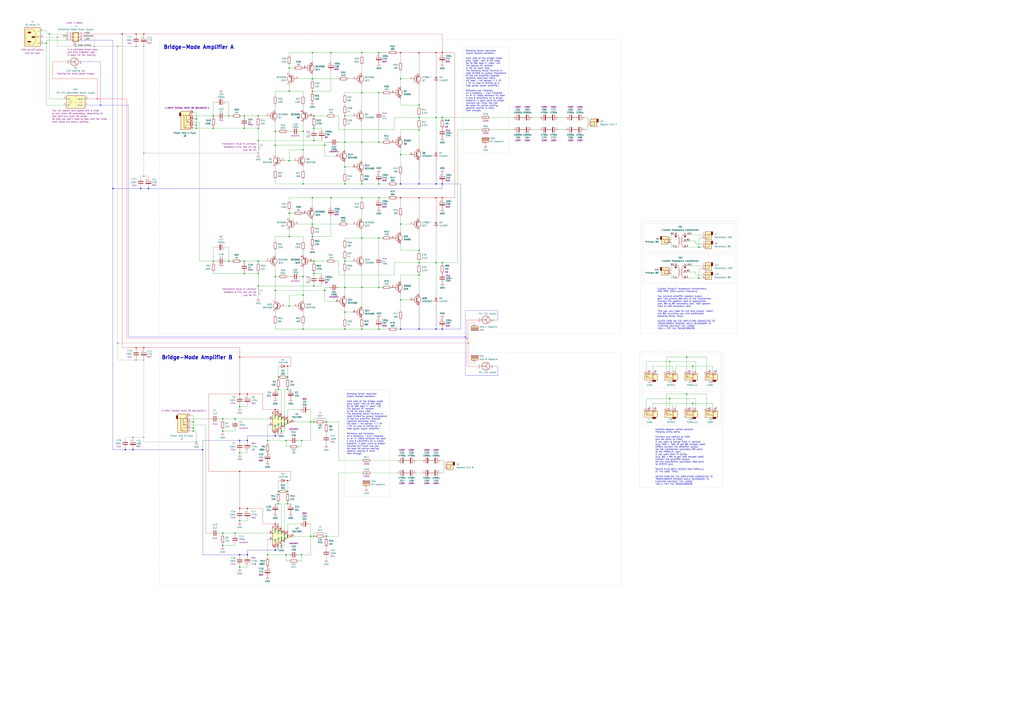
<source format=kicad_sch>
(kicad_sch (version 20250114) (generator "eeschema") (generator_version "9.0")
  (paper "A1")
  (title_block (title "Wenzel’s Powered Guitar Cabinet 2510") (date "January 2026") (rev "r1") (comment 1 "The transformers and output capacitors add sound&feel coloration and some level of sag.") (comment 2 "The amplifiers have damping factor <=1, which is similar to a tube power amplifier.") (comment 3 "installed into a Blackstar HT-112 OC MK III Box.") (comment 4 "A pair of tweaked Class AB amplifiers"))
  (rectangle (start 525.78 181.61) (end 605.536 274.066) (stroke (width 0) (type dash) (color 194 194 194 1)))
  (rectangle (start 527.304 321.564) (end 591.82 349.504) (stroke (width 0) (type dash) (color 194 194 194 1)))
  (rectangle (start 527.812 183.642) (end 603.504 207.264) (stroke (width 0) (type dash) (color 194 194 194 1)))
  (rectangle (start 282.702 320.548) (end 320.04 407.924) (stroke (width 0) (type dash) (color 194 194 194 1)))
  (rectangle (start 380.492 38.608) (end 417.83 125.984) (stroke (width 0) (type dash) (color 194 194 194 1)))
  (rectangle (start 525.526 289.306) (end 593.598 400.558) (stroke (width 0) (type dash) (color 194 194 194 1)))
  (rectangle (start 130.81 32.512) (end 509.778 274.32) (stroke (width 0) (type dash) (color 194 194 194 1)))
  (rectangle (start 527.812 209.042) (end 603.504 232.664) (stroke (width 0) (type dash) (color 194 194 194 1)))
  (rectangle (start 527.304 291.084) (end 591.82 319.024) (stroke (width 0) (type dash) (color 194 194 194 1)))
  (rectangle (start 131.064 289.56) (end 510.032 481.076) (stroke (width 0) (type dash) (color 194 194 194 1)))
  (text "Cabinet/speaker series/parallel\nmerging utility ports.\n\nConnect one cabinet to CAB1\nand the other to CAB2.\nIf you want to merge them in parallel\n(e.g. 16Ω + 16Ω to get 8Ω merged load)\nsimply connect the amplifier output\n(or the transformer secondary 8Ω port)\nto the PARALLEL jack.\nIf you want them in series\n(e.g. 8Ω + 8Ω to get 16Ω merged load)\nconnect the amplifier output\n(or the transformer secondary 16Ω port)\nto SERIES jack.\n\nNEVER PLUG BOTH SERIES AND PARALLEL\nAT THE SAME TIME!\n\nNEVER TURN ON THE AMPLIFIERS CONNECTED TO\nTRANSFORMER PRIMARY WHILE SECONDARY IS\nFLOATING (WIHTOUT THE LOAD)!\nYOU’LL FRY THE TRANSFORMER!" (at 538.226 352.298 0) (effects (font (size 1.27 1.27)) (justify left top)))
  (text "Damping factor reduction\noutput ballast resistors.\n\nEach side of the bridge-mode\namp “sees” half of the load.\nSo for 8Ω load it “sees” 4Ω.\nThe ballast DF resistor\nis 4Ω for each side.\nThe damping factor formula is\nload divided by output impedance\nof the the amplifier (ballast\nresistors dominate here).\n4Ω load / 4Ω ballast = 1 DF\n1 DF or less is similar to a\ntube guitar power amplifier.\n\nResistors are installed\non a heatsink. I even installed\n4x of 4r 100W resistors for both\nA and B amplifiers on a single\nheatsink. It gets warm at proper\nvolumes but never too hot.\nNo need for active cooling,\npassive cooling is more\nthan enough." (at 382.524 91.694 0) (effects (font (size 1.27 1.27)) (justify left bottom)))
  (text "Damping factor reduction\noutput ballast resistors.\n\nEach side of the bridge-mode\namp “sees” half of the load.\nSo for 8Ω load it “sees” 4Ω.\nThe ballast DF resistor\nis 4Ω for each side.\nThe damping factor formula is\nload divided by output impedance\nof the the amplifier (ballast\nresistors dominate here).\n4Ω load / 4Ω ballast = 1 DF\n1 DF or less is similar to a\ntube guitar power amplifier.\n\nResistors are installed\non a heatsink. I even installed\n4x of 4r 100W resistors for both\nA and B amplifiers on a single\nheatsink. It gets warm at proper\nvolumes but never too hot.\nNo need for active cooling,\npassive cooling is more\nthan enough." (at 284.734 373.634 0) (effects (font (size 1.27 1.27)) (justify left bottom)))
  (text "Custom Tector.it impedance transformers.\n50W RMS, 50Hz corner frequency.\n\nYou connect amplifier speaker output\njack into primary 8Ω port of the transformer.\nConnect the speaker load to appropriate\nport, 8Ω to 8Ω secondary port, 16Ω speaker\nload to 16Ω secondary port.\n\nThis way your load for the amp always “looks”\nlike 8Ω, providing you with predictable\ndamping factor value.\n\nNEVER TURN ON THE AMPLIFIERS CONNECTED TO\nTRANSFORMER PRIMARY WHILE SECONDARY IS\nFLOATING (WIHTOUT THE LOAD)!\nYOU'LL FRY THE TRANSFORMER!" (at 540.004 236.728 0) (effects (font (size 1.27 1.27)) (justify left top)))
  (text "Bridge-Mode Amplifier A" (at 134.112 37.084 0) (effects (font (size 3.048 3.048) (thickness 0.6096) (bold yes)) (justify left top)))
  (text "Bridge-Mode Amplifier B" (at 132.588 292.1 0) (effects (font (size 3.048 3.048) (thickness 0.6096) (bold yes)) (justify left top)))
  (junction (at 344.17 162.56) (color 194 0 0 1))
  (junction (at 568.96 300.99))
  (junction (at 234.95 361.95))
  (junction (at 256.54 43.18))
  (junction (at 237.49 55.88))
  (junction (at 111.76 285.75) (color 194 0 0 1))
  (junction (at 256.54 194.31))
  (junction (at 311.15 116.84))
  (junction (at 77.47 38.1) (color 132 132 132 1))
  (junction (at 328.93 151.13) (color 0 0 194 1))
  (junction (at 196.85 372.11))
  (junction (at 266.7 238.76))
  (junction (at 363.22 96.52))
  (junction (at 297.18 195.58))
  (junction (at 344.17 215.9))
  (junction (at 212.09 214.63))
  (junction (at 344.17 106.68))
  (junction (at 255.27 440.69))
  (junction (at 203.2 417.83) (color 194 0 0 1))
  (junction (at 563.88 323.85))
  (junction (at 247.65 361.95))
  (junction (at 297.18 76.2))
  (junction (at 256.54 74.93))
  (junction (at 271.78 162.56))
  (junction (at 237.49 175.26))
  (junction (at 363.22 215.9))
  (junction (at 80.01 81.28) (color 255 0 0 0.5))
  (junction (at 255.27 346.71))
  (junction (at 328.93 184.15))
  (junction (at 297.18 270.51))
  (junction (at 384.81 281.94) (color 132 132 132 1))
  (junction (at 257.81 115.57))
  (junction (at 297.18 43.18))
  (junction (at 175.26 214.63))
  (junction (at 212.09 95.25))
  (junction (at 283.21 151.13))
  (junction (at 196.85 466.09))
  (junction (at 96.52 281.94) (color 132 132 132 1))
  (junction (at 283.21 214.63))
  (junction (at 161.29 102.87))
  (junction (at 328.93 162.56) (color 194 0 0 1))
  (junction (at 203.2 455.93) (color 0 0 194 1))
  (junction (at 118.11 38.1) (color 132 132 132 1))
  (junction (at 257.81 346.71))
  (junction (at 231.14 448.31))
  (junction (at 311.15 162.56))
  (junction (at 248.92 107.95))
  (junction (at 248.92 123.19))
  (junction (at 237.49 194.31))
  (junction (at 212.09 125.73) (color 132 132 132 1))
  (junction (at 549.91 327.66))
  (junction (at 236.22 320.04))
  (junction (at 226.06 238.76))
  (junction (at 226.06 430.53) (color 194 0 0 1))
  (junction (at 118.11 285.75) (color 194 0 0 1))
  (junction (at 383.54 278.13) (color 255 0 0 0.5))
  (junction (at 118.11 144.78) (color 132 132 132 1))
  (junction (at 226.06 358.14) (color 0 0 194 1))
  (junction (at 228.6 403.86))
  (junction (at 236.22 300.99) (color 194 0 0 1))
  (junction (at 182.88 448.31))
  (junction (at 212.09 115.57))
  (junction (at 257.81 95.25))
  (junction (at 247.65 455.93))
  (junction (at 219.71 455.93))
  (junction (at 200.66 105.41))
  (junction (at 182.88 344.17))
  (junction (at 283.21 256.54))
  (junction (at 40.64 27.94))
  (junction (at 175.26 95.25))
  (junction (at 219.71 361.95))
  (junction (at 226.06 227.33))
  (junction (at 196.85 323.85) (color 194 0 0 1))
  (junction (at 358.14 43.18) (color 194 0 0 1))
  (junction (at 297.18 236.22))
  (junction (at 118.11 295.91) (color 132 132 132 1))
  (junction (at 175.26 105.41))
  (junction (at 256.54 184.15))
  (junction (at 228.6 309.88))
  (junction (at 226.06 336.55) (color 194 0 0 1))
  (junction (at 311.15 76.2))
  (junction (at 311.15 151.13))
  (junction (at 328.93 246.38))
  (junction (at 62.23 38.1) (color 132 132 132 1))
  (junction (at 382.27 276.86) (color 0 0 255 0.5))
  (junction (at 344.17 226.06))
  (junction (at 297.18 162.56))
  (junction (at 109.22 369.57) (color 0 0 194 1))
  (junction (at 161.29 97.79))
  (junction (at 187.96 214.63))
  (junction (at 328.93 43.18) (color 194 0 0 1))
  (junction (at 236.22 394.97) (color 194 0 0 1))
  (junction (at 344.17 270.51) (color 0 0 194 1))
  (junction (at 200.66 214.63))
  (junction (at 166.37 369.57) (color 0 0 194 1))
  (junction (at 328.93 127))
  (junction (at 196.85 361.95) (color 0 0 194 1))
  (junction (at 256.54 64.77))
  (junction (at 266.7 119.38))
  (junction (at 196.85 427.99))
  (junction (at 118.11 27.94) (color 194 0 0 1))
  (junction (at 363.22 270.51) (color 0 0 194 1))
  (junction (at 328.93 270.51) (color 0 0 194 1))
  (junction (at 187.96 95.25))
  (junction (at 212.09 234.95))
  (junction (at 358.14 270.51) (color 0 0 194 1))
  (junction (at 344.17 151.13) (color 0 0 194 1))
  (junction (at 358.14 215.9))
  (junction (at 358.14 151.13) (color 0 0 194 1))
  (junction (at 311.15 43.18))
  (junction (at 196.85 334.01))
  (junction (at 568.96 331.47))
  (junction (at 158.75 351.79))
  (junction (at 311.15 270.51))
  (junction (at 257.81 224.79))
  (junction (at 574.04 203.2))
  (junction (at 203.2 323.85) (color 194 0 0 1))
  (junction (at 358.14 96.52))
  (junction (at 196.85 387.35) (color 194 0 0 1))
  (junction (at 271.78 43.18))
  (junction (at 328.93 64.77))
  (junction (at 92.71 154.94) (color 0 0 194 1))
  (junction (at 196.85 417.83) (color 194 0 0 1))
  (junction (at 212.09 105.41))
  (junction (at 574.04 228.6))
  (junction (at 297.18 116.84))
  (junction (at 100.33 27.94) (color 194 0 0 1))
  (junction (at 203.2 361.95) (color 0 0 194 1))
  (junction (at 237.49 251.46))
  (junction (at 38.1 35.56))
  (junction (at 46.99 30.48) (color 132 132 132 1))
  (junction (at 257.81 214.63))
  (junction (at 121.92 154.94) (color 0 0 194 1))
  (junction (at 161.29 105.41))
  (junction (at 182.88 354.33))
  (junction (at 226.06 107.95))
  (junction (at 248.92 227.33))
  (junction (at 226.06 452.12) (color 0 0 194 1))
  (junction (at 358.14 162.56) (color 194 0 0 1))
  (junction (at 193.04 344.17))
  (junction (at 96.52 38.1) (color 132 132 132 1))
  (junction (at 102.87 369.57) (color 0 0 194 1))
  (junction (at 344.17 43.18) (color 194 0 0 1))
  (junction (at 363.22 43.18) (color 194 0 0 1))
  (junction (at 200.66 224.79))
  (junction (at 118.11 125.73) (color 132 132 132 1))
  (junction (at 311.15 195.58))
  (junction (at 248.92 151.13))
  (junction (at 111.76 295.91) (color 132 132 132 1))
  (junction (at 344.17 86.36))
  (junction (at 257.81 105.41))
  (junction (at 283.21 137.16))
  (junction (at 193.04 438.15))
  (junction (at 549.91 297.18))
  (junction (at 115.57 154.94) (color 0 0 194 1))
  (junction (at 248.92 242.57))
  (junction (at 236.22 414.02))
  (junction (at 111.76 27.94) (color 194 0 0 1))
  (junction (at 237.49 74.93))
  (junction (at 363.22 151.13) (color 0 0 194 1))
  (junction (at 283.21 95.25))
  (junction (at 161.29 363.22) (color 132 132 132 1))
  (junction (at 256.54 162.56))
  (junction (at 231.14 354.33))
  (junction (at 158.75 346.71))
  (junction (at 182.88 438.15))
  (junction (at 212.09 224.79))
  (junction (at 267.97 346.71))
  (junction (at 563.88 293.37))
  (junction (at 234.95 455.93))
  (junction (at 363.22 162.56) (color 194 0 0 1))
  (junction (at 196.85 455.93) (color 0 0 194 1))
  (junction (at 158.75 354.33))
  (junction (at 344.17 205.74))
  (junction (at 283.21 270.51))
  (junction (at 237.49 132.08))
  (junction (at 228.6 414.02))
  (junction (at 248.92 270.51))
  (junction (at 226.06 119.38))
  (junction (at 283.21 116.84))
  (junction (at 311.15 236.22))
  (junction (at 344.17 96.52))
  (junction (at 257.81 234.95))
  (junction (at 109.22 359.41) (color 132 132 132 1))
  (junction (at 257.81 440.69))
  (junction (at 297.18 151.13))
  (junction (at 200.66 95.25))
  (junction (at 111.76 38.1) (color 132 132 132 1))
  (junction (at 267.97 440.69))
  (junction (at 283.21 236.22))
  (junction (at 118.11 359.41) (color 132 132 132 1))
  (junction (at 236.22 403.86))
  (junction (at 82.55 86.36) (color 0 0 255 0.5))
  (junction (at 228.6 320.04))
  (junction (at 236.22 309.88))
  (junction (at 196.85 293.37) (color 194 0 0 1))
  (no_connect (at 566.42 335.28))
  (no_connect (at 566.42 304.8))
  (no_connect (at 538.48 304.8))
  (no_connect (at 588.01 304.8))
  (no_connect (at 538.48 335.28))
  (no_connect (at 588.01 335.28))
  (no_connect (at 533.4 335.28))
  (no_connect (at 533.4 304.8))
  (no_connect (at 582.93 304.8))
  (no_connect (at 582.93 335.28))
  (wire (pts (xy 257.81 104.14) (xy 257.81 105.41)))
  (wire (pts (xy 228.6 452.12) (xy 228.6 450.85)) (stroke (width 0) (color 0 0 194 1)))
  (wire (pts (xy 267.97 458.47) (xy 267.97 459.74)))
  (wire (pts (xy 358.14 60.96) (xy 358.14 43.18)) (stroke (width 0) (color 194 0 0 1)))
  (wire (pts (xy 311.15 236.22) (xy 297.18 236.22)))
  (wire (pts (xy 175.26 214.63) (xy 175.26 215.9)))
  (wire (pts (xy 166.37 369.57) (xy 166.37 455.93)) (stroke (width 0) (color 0 0 194 1)))
  (wire (pts (xy 458.47 106.68) (xy 464.82 106.68)))
  (wire (pts (xy 311.15 151.13) (xy 318.77 151.13)))
  (wire (pts (xy 236.22 107.95) (xy 238.76 107.95)))
  (wire (pts (xy 530.86 304.8) (xy 530.86 297.18)))
  (wire (pts (xy 237.49 162.56) (xy 256.54 162.56)))
  (wire (pts (xy 237.49 165.1) (xy 237.49 162.56)))
  (wire (pts (xy 266.7 236.22) (xy 270.51 236.22)))
  (wire (pts (xy 283.21 116.84) (xy 297.18 116.84)))
  (wire (pts (xy 300.99 400.05) (xy 300.99 401.32)))
  (wire (pts (xy 196.85 372.11) (xy 203.2 372.11)))
  (wire (pts (xy 102.87 359.41) (xy 109.22 359.41)) (stroke (width 0) (color 132 132 132 1)))
  (wire (pts (xy 233.68 414.02) (xy 233.68 435.61)))
  (wire (pts (xy 118.11 285.75) (xy 118.11 287.02)) (stroke (width 0) (color 194 0 0 1)))
  (wire (pts (xy 363.22 97.79) (xy 363.22 96.52)))
  (wire (pts (xy 236.22 311.15) (xy 236.22 309.88)))
  (wire (pts (xy 219.71 361.95) (xy 234.95 361.95)))
  (wire (pts (xy 52.07 81.28) (xy 40.64 81.28)))
  (wire (pts (xy 156.21 354.33) (xy 158.75 354.33)))
  (wire (pts (xy 283.21 137.16) (xy 289.56 137.16)))
  (wire (pts (xy 241.3 175.26) (xy 237.49 175.26)))
  (wire (pts (xy 182.88 438.15) (xy 193.04 438.15)))
  (wire (pts (xy 226.06 227.33) (xy 228.6 227.33)))
  (wire (pts (xy 231.14 414.02) (xy 231.14 433.07)))
  (wire (pts (xy 576.58 220.98) (xy 574.04 220.98)))
  (wire (pts (xy 551.18 203.2) (xy 553.72 203.2)))
  (wire (pts (xy 212.09 124.46) (xy 212.09 125.73)) (stroke (width 0) (color 132 132 132 1)))
  (wire (pts (xy 297.18 53.34) (xy 297.18 59.69)))
  (wire (pts (xy 344.17 132.08) (xy 344.17 151.13)) (stroke (width 0) (color 0 0 194 1)))
  (wire (pts (xy 326.39 270.51) (xy 328.93 270.51)) (stroke (width 0) (color 0 0 194 1)))
  (wire (pts (xy 363.22 151.13) (xy 363.22 154.94)) (stroke (width 0) (color 0 0 194 1)))
  (wire (pts (xy 228.6 412.75) (xy 228.6 414.02)))
  (wire (pts (xy 177.8 83.82) (xy 175.26 83.82)))
  (wire (pts (xy 551.18 222.25) (xy 551.18 218.44)))
  (wire (pts (xy 571.5 304.8) (xy 571.5 297.18)))
  (wire (pts (xy 257.81 438.15) (xy 257.81 440.69)))
  (wire (pts (xy 228.6 300.99) (xy 228.6 309.88)))
  (wire (pts (xy 283.21 133.35) (xy 283.21 137.16)))
  (wire (pts (xy 383.54 300.99) (xy 383.54 278.13)) (stroke (width 0) (color 255 0 0 0.5)))
  (wire (pts (xy 285.75 64.77) (xy 289.56 64.77)))
  (wire (pts (xy 248.92 242.57) (xy 248.92 246.38)))
  (wire (pts (xy 245.11 367.03) (xy 247.65 367.03)))
  (wire (pts (xy 408.94 308.61) (xy 408.94 300.99)) (stroke (width 0) (color 0 0 255 0.5)))
  (wire (pts (xy 236.22 336.55) (xy 236.22 341.63)))
  (wire (pts (xy 551.18 193.04) (xy 553.72 193.04)))
  (wire (pts (xy 226.06 74.93) (xy 237.49 74.93)))
  (wire (pts (xy 571.5 198.12) (xy 563.88 198.12)))
  (wire (pts (xy 226.06 414.02) (xy 228.6 414.02)))
  (wire (pts (xy 328.93 162.56) (xy 344.17 162.56)) (stroke (width 0) (color 194 0 0 1)))
  (wire (pts (xy 311.15 44.45) (xy 311.15 43.18)))
  (wire (pts (xy 96.52 38.1) (xy 96.52 281.94)) (stroke (width 0) (color 132 132 132 1)))
  (wire (pts (xy 311.15 210.82) (xy 311.15 195.58)))
  (wire (pts (xy 182.88 355.6) (xy 182.88 354.33)))
  (wire (pts (xy 358.14 43.18) (xy 344.17 43.18)) (stroke (width 0) (color 194 0 0 1)))
  (wire (pts (xy 364.49 388.62) (xy 361.95 388.62)))
  (wire (pts (xy 100.33 27.94) (xy 100.33 285.75)) (stroke (width 0) (color 194 0 0 1)))
  (wire (pts (xy 196.85 427.99) (xy 196.85 426.72)))
  (wire (pts (xy 255.27 440.69) (xy 241.3 440.69)))
  (wire (pts (xy 212.09 104.14) (xy 212.09 105.41)))
  (wire (pts (xy 382.27 308.61) (xy 408.94 308.61)) (stroke (width 0) (color 0 0 255 0.5)))
  (wire (pts (xy 304.8 388.62) (xy 326.39 388.62)))
  (wire (pts (xy 328.93 226.06) (xy 344.17 226.06)))
  (wire (pts (xy 226.06 256.54) (xy 226.06 259.08)))
  (wire (pts (xy 297.18 378.46) (xy 278.13 378.46)))
  (wire (pts (xy 535.94 304.8) (xy 535.94 300.99)))
  (wire (pts (xy 182.88 448.31) (xy 182.88 447.04)))
  (wire (pts (xy 196.85 372.11) (xy 196.85 370.84)))
  (wire (pts (xy 212.09 95.25) (xy 200.66 95.25)))
  (wire (pts (xy 358.14 180.34) (xy 358.14 162.56)) (stroke (width 0) (color 194 0 0 1)))
  (wire (pts (xy 82.55 86.36) (xy 105.41 86.36)) (stroke (width 0) (color 0 0 255 0.5)))
  (wire (pts (xy 247.65 361.95) (xy 255.27 361.95)))
  (wire (pts (xy 245.11 361.95) (xy 247.65 361.95)))
  (wire (pts (xy 248.92 151.13) (xy 283.21 151.13)))
  (wire (pts (xy 38.1 35.56) (xy 38.1 33.02)))
  (wire (pts (xy 158.75 100.33) (xy 163.83 100.33)))
  (wire (pts (xy 257.81 223.52) (xy 257.81 224.79)))
  (wire (pts (xy 196.85 334.01) (xy 196.85 332.74)))
  (wire (pts (xy 283.21 195.58) (xy 283.21 196.85)))
  (wire (pts (xy 364.49 382.27) (xy 364.49 378.46)))
  (wire (pts (xy 257.81 214.63) (xy 256.54 214.63)))
  (wire (pts (xy 226.06 320.04) (xy 228.6 320.04)))
  (wire (pts (xy 248.92 107.95) (xy 248.92 123.19)))
  (wire (pts (xy 283.21 252.73) (xy 283.21 256.54)))
  (wire (pts (xy 574.04 220.98) (xy 574.04 228.6)))
  (wire (pts (xy 105.41 86.36) (xy 105.41 276.86)) (stroke (width 0) (color 0 0 255 0.5)))
  (wire (pts (xy 237.49 461.01) (xy 234.95 461.01)))
  (wire (pts (xy 271.78 162.56) (xy 256.54 162.56)))
  (wire (pts (xy 175.26 83.82) (xy 175.26 95.25)))
  (wire (pts (xy 257.81 105.41) (xy 257.81 106.68)))
  (wire (pts (xy 266.7 438.15) (xy 267.97 438.15)))
  (wire (pts (xy 193.04 345.44) (xy 193.04 344.17)))
  (wire (pts (xy 236.22 394.97) (xy 238.76 394.97)) (stroke (width 0) (color 194 0 0 1)))
  (wire (pts (xy 283.21 223.52) (xy 283.21 236.22)))
  (wire (pts (xy 259.08 344.17) (xy 257.81 344.17)))
  (wire (pts (xy 297.18 45.72) (xy 297.18 43.18)))
  (wire (pts (xy 226.06 119.38) (xy 226.06 127)))
  (wire (pts (xy 193.04 439.42) (xy 193.04 438.15)))
  (wire (pts (xy 283.21 270.51) (xy 297.18 270.51)))
  (wire (pts (xy 118.11 363.22) (xy 161.29 363.22)) (stroke (width 0) (color 132 132 132 1)))
  (wire (pts (xy 158.75 341.63) (xy 158.75 346.71)))
  (wire (pts (xy 358.14 187.96) (xy 358.14 215.9)))
  (wire (pts (xy 187.96 83.82) (xy 187.96 95.25)))
  (wire (pts (xy 259.08 440.69) (xy 257.81 440.69)))
  (wire (pts (xy 238.76 293.37) (xy 196.85 293.37)) (stroke (width 0) (color 194 0 0 1)))
  (wire (pts (xy 255.27 336.55) (xy 255.27 346.71)))
  (wire (pts (xy 383.54 262.89) (xy 392.43 262.89)) (stroke (width 0) (color 255 0 0 0.5)))
  (wire (pts (xy 326.39 151.13) (xy 328.93 151.13)) (stroke (width 0) (color 0 0 194 1)))
  (wire (pts (xy 226.06 227.33) (xy 226.06 238.76)))
  (wire (pts (xy 283.21 86.36) (xy 283.21 85.09)))
  (wire (pts (xy 256.54 193.04) (xy 256.54 194.31)))
  (wire (pts (xy 226.06 205.74) (xy 226.06 209.55)))
  (wire (pts (xy 156.21 341.63) (xy 158.75 341.63)))
  (wire (pts (xy 328.93 64.77) (xy 336.55 64.77)))
  (wire (pts (xy 585.47 331.47) (xy 568.96 331.47)))
  (wire (pts (xy 266.7 344.17) (xy 267.97 344.17)))
  (wire (pts (xy 236.22 318.77) (xy 236.22 320.04)))
  (wire (pts (xy 344.17 205.74) (xy 344.17 207.01)))
  (wire (pts (xy 551.18 199.39) (xy 551.18 203.2)))
  (wire (pts (xy 283.21 236.22) (xy 297.18 236.22)))
  (wire (pts (xy 248.92 78.74) (xy 248.92 74.93)))
  (wire (pts (xy 267.97 450.85) (xy 267.97 449.58)))
  (wire (pts (xy 226.06 430.53) (xy 228.6 430.53)) (stroke (width 0) (color 194 0 0 1)))
  (wire (pts (xy 311.15 116.84) (xy 297.18 116.84)))
  (wire (pts (xy 196.85 429.26) (xy 196.85 427.99)))
  (wire (pts (xy 248.92 270.51) (xy 248.92 266.7)))
  (wire (pts (xy 551.18 218.44) (xy 553.72 218.44)))
  (wire (pts (xy 271.78 50.8) (xy 271.78 43.18)))
  (wire (pts (xy 182.88 354.33) (xy 193.04 354.33)))
  (wire (pts (xy 363.22 96.52) (xy 358.14 96.52)))
  (wire (pts (xy 311.15 43.18) (xy 318.77 43.18)))
  (wire (pts (xy 200.66 224.79) (xy 175.26 224.79)))
  (wire (pts (xy 62.23 38.1) (xy 77.47 38.1)) (stroke (width 0) (color 132 132 132 1)))
  (wire (pts (xy 212.09 224.79) (xy 200.66 224.79)))
  (wire (pts (xy 580.39 293.37) (xy 563.88 293.37)))
  (wire (pts (xy 255.27 346.71) (xy 241.3 346.71)))
  (wire (pts (xy 373.38 162.56) (xy 373.38 43.18)) (stroke (width 0) (color 194 0 0 1)))
  (wire (pts (xy 196.85 417.83) (xy 203.2 417.83)) (stroke (width 0) (color 194 0 0 1)))
  (wire (pts (xy 551.18 228.6) (xy 553.72 228.6)))
  (wire (pts (xy 328.93 226.06) (xy 328.93 231.14)))
  (wire (pts (xy 236.22 320.04) (xy 238.76 320.04)))
  (wire (pts (xy 563.88 193.04) (xy 576.58 193.04)))
  (wire (pts (xy 323.85 226.06) (xy 323.85 215.9)))
  (wire (pts (xy 193.04 438.15) (xy 220.98 438.15)))
  (wire (pts (xy 563.88 293.37) (xy 563.88 304.8)))
  (wire (pts (xy 185.42 214.63) (xy 187.96 214.63)))
  (wire (pts (xy 118.11 144.78) (xy 121.92 144.78)) (stroke (width 0) (color 132 132 132 1)))
  (wire (pts (xy 72.39 86.36) (xy 82.55 86.36)) (stroke (width 0) (color 0 0 255 0.5)))
  (wire (pts (xy 283.21 256.54) (xy 289.56 256.54)))
  (wire (pts (xy 297.18 162.56) (xy 311.15 162.56)))
  (wire (pts (xy 283.21 195.58) (xy 297.18 195.58)))
  (wire (pts (xy 389.89 265.43) (xy 389.89 266.7)) (stroke (width 0) (color 132 132 132 1)))
  (wire (pts (xy 256.54 43.18) (xy 256.54 50.8)))
  (wire (pts (xy 328.93 58.42) (xy 328.93 64.77)))
  (wire (pts (xy 278.13 106.68) (xy 323.85 106.68)))
  (wire (pts (xy 118.11 27.94) (xy 363.22 27.94)) (stroke (width 0) (color 194 0 0 1)))
  (wire (pts (xy 344.17 86.36) (xy 344.17 87.63)))
  (wire (pts (xy 264.16 234.95) (xy 264.16 233.68)))
  (wire (pts (xy 38.1 86.36) (xy 38.1 35.56)))
  (wire (pts (xy 311.15 162.56) (xy 318.77 162.56)))
  (wire (pts (xy 233.68 448.31) (xy 231.14 448.31)))
  (wire (pts (xy 196.85 323.85) (xy 196.85 325.12)) (stroke (width 0) (color 194 0 0 1)))
  (wire (pts (xy 271.78 58.42) (xy 271.78 74.93)))
  (wire (pts (xy 233.68 445.77) (xy 233.68 448.31)))
  (wire (pts (xy 257.81 233.68) (xy 257.81 234.95)))
  (wire (pts (xy 389.89 298.45) (xy 384.81 298.45)) (stroke (width 0) (color 132 132 132 1)))
  (wire (pts (xy 363.22 96.52) (xy 394.97 96.52)))
  (wire (pts (xy 203.2 323.85) (xy 203.2 325.12)) (stroke (width 0) (color 194 0 0 1)))
  (wire (pts (xy 92.71 154.94) (xy 92.71 369.57)) (stroke (width 0) (color 0 0 194 1)))
  (wire (pts (xy 408.94 262.89) (xy 405.13 262.89)) (stroke (width 0) (color 0 0 255 0.5)))
  (wire (pts (xy 203.2 466.09) (xy 203.2 464.82)))
  (wire (pts (xy 344.17 86.36) (xy 344.17 69.85)))
  (wire (pts (xy 233.68 320.04) (xy 233.68 341.63)))
  (wire (pts (xy 234.95 361.95) (xy 237.49 361.95)))
  (wire (pts (xy 182.88 448.31) (xy 193.04 448.31)))
  (wire (pts (xy 238.76 300.99) (xy 238.76 293.37)) (stroke (width 0) (color 194 0 0 1)))
  (wire (pts (xy 328.93 162.56) (xy 328.93 170.18)) (stroke (width 0) (color 194 0 0 1)))
  (wire (pts (xy 236.22 300.99) (xy 238.76 300.99)) (stroke (width 0) (color 194 0 0 1)))
  (wire (pts (xy 158.75 97.79) (xy 161.29 97.79)))
  (wire (pts (xy 256.54 162.56) (xy 256.54 170.18)))
  (wire (pts (xy 358.14 130.81) (xy 358.14 151.13)) (stroke (width 0) (color 0 0 194 1)))
  (wire (pts (xy 344.17 270.51) (xy 328.93 270.51)) (stroke (width 0) (color 0 0 194 1)))
  (wire (pts (xy 118.11 38.1) (xy 118.11 36.83)) (stroke (width 0) (color 132 132 132 1)))
  (wire (pts (xy 40.64 27.94) (xy 55.88 27.94)))
  (wire (pts (xy 237.49 132.08) (xy 237.49 123.19)))
  (wire (pts (xy 219.71 349.25) (xy 219.71 361.95)))
  (wire (pts (xy 530.86 327.66) (xy 549.91 327.66)))
  (wire (pts (xy 363.22 149.86) (xy 363.22 151.13)) (stroke (width 0) (color 0 0 194 1)))
  (wire (pts (xy 80.01 81.28) (xy 80.01 64.77)) (stroke (width 0) (color 255 0 0 0.5)))
  (wire (pts (xy 212.09 96.52) (xy 212.09 95.25)))
  (wire (pts (xy 118.11 285.75) (xy 196.85 285.75)) (stroke (width 0) (color 194 0 0 1)))
  (wire (pts (xy 237.49 53.34) (xy 237.49 55.88)))
  (wire (pts (xy 104.14 81.28) (xy 104.14 278.13)) (stroke (width 0) (color 255 0 0 0.5)))
  (wire (pts (xy 196.85 285.75) (xy 196.85 293.37)) (stroke (width 0) (color 194 0 0 1)))
  (wire (pts (xy 212.09 115.57) (xy 257.81 115.57)))
  (wire (pts (xy 121.92 153.67) (xy 121.92 154.94)) (stroke (width 0) (color 0 0 194 1)))
  (wire (pts (xy 121.92 154.94) (xy 363.22 154.94)) (stroke (width 0) (color 0 0 194 1)))
  (wire (pts (xy 236.22 430.53) (xy 236.22 435.61)))
  (wire (pts (xy 547.37 293.37) (xy 563.88 293.37)))
  (wire (pts (xy 256.54 64.77) (xy 256.54 66.04)))
  (wire (pts (xy 233.68 354.33) (xy 231.14 354.33)))
  (wire (pts (xy 297.18 43.18) (xy 271.78 43.18)))
  (wire (pts (xy 311.15 116.84) (xy 313.69 116.84)))
  (wire (pts (xy 267.97 440.69) (xy 278.13 440.69)))
  (wire (pts (xy 547.37 304.8) (xy 547.37 293.37)))
  (wire (pts (xy 530.86 335.28) (xy 530.86 327.66)))
  (wire (pts (xy 52.07 86.36) (xy 38.1 86.36)))
  (wire (pts (xy 215.9 336.55) (xy 226.06 336.55)) (stroke (width 0) (color 194 0 0 1)))
  (wire (pts (xy 43.18 50.8) (xy 54.61 50.8)) (stroke (width 0) (color 255 0 0 0.5)))
  (wire (pts (xy 328.93 43.18) (xy 328.93 50.8)) (stroke (width 0) (color 194 0 0 1)))
  (wire (pts (xy 228.6 394.97) (xy 228.6 403.86)))
  (wire (pts (xy 115.57 144.78) (xy 115.57 146.05)) (stroke (width 0) (color 132 132 132 1)))
  (wire (pts (xy 482.6 96.52) (xy 480.06 96.52)))
  (wire (pts (xy 231.14 320.04) (xy 231.14 339.09)))
  (wire (pts (xy 278.13 226.06) (xy 323.85 226.06)))
  (wire (pts (xy 237.49 74.93) (xy 237.49 69.85)))
  (wire (pts (xy 275.59 247.65) (xy 266.7 247.65)))
  (wire (pts (xy 215.9 417.83) (xy 215.9 430.53)) (stroke (width 0) (color 194 0 0 1)))
  (wire (pts (xy 115.57 153.67) (xy 115.57 154.94)) (stroke (width 0) (color 0 0 194 1)))
  (wire (pts (xy 571.5 223.52) (xy 563.88 223.52)))
  (wire (pts (xy 328.93 241.3) (xy 328.93 246.38)))
  (wire (pts (xy 358.14 68.58) (xy 358.14 96.52)))
  (wire (pts (xy 226.06 356.87) (xy 226.06 358.14)) (stroke (width 0) (color 0 0 194 1)))
  (wire (pts (xy 248.92 194.31) (xy 237.49 194.31)))
  (wire (pts (xy 226.06 107.95) (xy 226.06 119.38)))
  (wire (pts (xy 328.93 106.68) (xy 328.93 111.76)))
  (wire (pts (xy 326.39 162.56) (xy 328.93 162.56)) (stroke (width 0) (color 194 0 0 1)))
  (wire (pts (xy 358.14 270.51) (xy 363.22 270.51)) (stroke (width 0) (color 0 0 194 1)))
  (wire (pts (xy 246.38 430.53) (xy 236.22 430.53)))
  (wire (pts (xy 547.37 323.85) (xy 563.88 323.85)))
  (wire (pts (xy 344.17 251.46) (xy 344.17 270.51)) (stroke (width 0) (color 0 0 194 1)))
  (wire (pts (xy 311.15 163.83) (xy 311.15 162.56)))
  (wire (pts (xy 297.18 162.56) (xy 271.78 162.56)))
  (wire (pts (xy 256.54 64.77) (xy 278.13 64.77)))
  (wire (pts (xy 226.06 86.36) (xy 226.06 90.17)))
  (wire (pts (xy 212.09 215.9) (xy 212.09 214.63)))
  (wire (pts (xy 219.71 443.23) (xy 219.71 455.93)))
  (wire (pts (xy 266.7 238.76) (xy 266.7 236.22)))
  (wire (pts (xy 283.21 116.84) (xy 283.21 123.19)))
  (wire (pts (xy 585.47 335.28) (xy 585.47 331.47)))
  (wire (pts (xy 297.18 219.71) (xy 297.18 236.22)))
  (wire (pts (xy 226.06 119.38) (xy 266.7 119.38)))
  (wire (pts (xy 254 430.53) (xy 255.27 430.53)))
  (wire (pts (xy 118.11 295.91) (xy 118.11 294.64)) (stroke (width 0) (color 132 132 132 1)))
  (wire (pts (xy 259.08 346.71) (xy 257.81 346.71)))
  (wire (pts (xy 358.14 162.56) (xy 363.22 162.56)) (stroke (width 0) (color 194 0 0 1)))
  (wire (pts (xy 182.88 439.42) (xy 182.88 438.15)))
  (wire (pts (xy 168.91 438.15) (xy 168.91 349.25)))
  (wire (pts (xy 344.17 106.68) (xy 344.17 105.41)))
  (wire (pts (xy 212.09 224.79) (xy 212.09 234.95)))
  (wire (pts (xy 535.94 335.28) (xy 535.94 331.47)))
  (wire (pts (xy 226.06 238.76) (xy 226.06 246.38)))
  (wire (pts (xy 267.97 344.17) (xy 267.97 346.71)))
  (wire (pts (xy 328.93 184.15) (xy 336.55 184.15)))
  (wire (pts (xy 378.46 151.13) (xy 363.22 151.13)) (stroke (width 0) (color 0 0 194 1)))
  (wire (pts (xy 278.13 95.25) (xy 278.13 106.68)))
  (wire (pts (xy 203.2 358.14) (xy 203.2 361.95)) (stroke (width 0) (color 0 0 194 1)))
  (wire (pts (xy 358.14 151.13) (xy 344.17 151.13)) (stroke (width 0) (color 0 0 194 1)))
  (wire (pts (xy 278.13 388.62) (xy 278.13 440.69)))
  (wire (pts (xy 311.15 91.44) (xy 311.15 76.2)))
  (wire (pts (xy 237.49 43.18) (xy 256.54 43.18)))
  (wire (pts (xy 323.85 215.9) (xy 344.17 215.9)))
  (wire (pts (xy 576.58 195.58) (xy 574.04 195.58)))
  (wire (pts (xy 551.18 224.79) (xy 551.18 228.6)))
  (wire (pts (xy 271.78 170.18) (xy 271.78 162.56)))
  (wire (pts (xy 226.06 198.12) (xy 226.06 194.31)))
  (wire (pts (xy 46.99 30.48) (xy 55.88 30.48)) (stroke (width 0) (color 132 132 132 1)))
  (wire (pts (xy 271.78 194.31) (xy 256.54 194.31)))
  (wire (pts (xy 364.49 384.81) (xy 364.49 388.62)))
  (wire (pts (xy 549.91 297.18) (xy 571.5 297.18)))
  (wire (pts (xy 212.09 95.25) (xy 218.44 95.25)))
  (wire (pts (xy 245.11 455.93) (xy 247.65 455.93)))
  (wire (pts (xy 175.26 223.52) (xy 175.26 224.79)))
  (wire (pts (xy 382.27 276.86) (xy 382.27 308.61)) (stroke (width 0) (color 0 0 255 0.5)))
  (wire (pts (xy 266.7 247.65) (xy 266.7 238.76)))
  (wire (pts (xy 328.93 246.38) (xy 328.93 255.27)))
  (wire (pts (xy 226.06 336.55) (xy 228.6 336.55)) (stroke (width 0) (color 194 0 0 1)))
  (wire (pts (xy 297.18 189.23) (xy 297.18 195.58)))
  (wire (pts (xy 571.5 200.66) (xy 571.5 198.12)))
  (wire (pts (xy 278.13 346.71) (xy 267.97 346.71)))
  (wire (pts (xy 111.76 27.94) (xy 118.11 27.94)) (stroke (width 0) (color 194 0 0 1)))
  (wire (pts (xy 248.92 256.54) (xy 248.92 259.08)))
  (wire (pts (xy 384.81 265.43) (xy 389.89 265.43)) (stroke (width 0) (color 132 132 132 1)))
  (wire (pts (xy 121.92 144.78) (xy 121.92 146.05)) (stroke (width 0) (color 132 132 132 1)))
  (wire (pts (xy 363.22 269.24) (xy 363.22 270.51)) (stroke (width 0) (color 0 0 194 1)))
  (wire (pts (xy 166.37 455.93) (xy 196.85 455.93)) (stroke (width 0) (color 0 0 194 1)))
  (wire (pts (xy 482.6 100.33) (xy 482.6 96.52)))
  (wire (pts (xy 256.54 194.31) (xy 256.54 195.58)))
  (wire (pts (xy 328.93 43.18) (xy 344.17 43.18)) (stroke (width 0) (color 194 0 0 1)))
  (wire (pts (xy 236.22 412.75) (xy 236.22 414.02)))
  (wire (pts (xy 175.26 104.14) (xy 175.26 105.41)))
  (wire (pts (xy 278.13 214.63) (xy 278.13 226.06)))
  (wire (pts (xy 96.52 281.94) (xy 384.81 281.94)) (stroke (width 0) (color 132 132 132 1)))
  (wire (pts (xy 185.42 83.82) (xy 187.96 83.82)))
  (wire (pts (xy 382.27 255.27) (xy 408.94 255.27)) (stroke (width 0) (color 0 0 255 0.5)))
  (wire (pts (xy 264.16 106.68) (xy 264.16 105.41)))
  (wire (pts (xy 535.94 300.99) (xy 552.45 300.99)))
  (wire (pts (xy 344.17 96.52) (xy 344.17 97.79)))
  (wire (pts (xy 212.09 127) (xy 212.09 125.73)) (stroke (width 0) (color 132 132 132 1)))
  (wire (pts (xy 182.88 345.44) (xy 182.88 344.17)))
  (wire (pts (xy 72.39 81.28) (xy 80.01 81.28)) (stroke (width 0) (color 255 0 0 0.5)))
  (wire (pts (xy 297.18 165.1) (xy 297.18 162.56)))
  (wire (pts (xy 182.88 344.17) (xy 193.04 344.17)))
  (wire (pts (xy 68.58 27.94) (xy 100.33 27.94)) (stroke (width 0) (color 194 0 0 1)))
  (wire (pts (xy 226.06 450.85) (xy 226.06 452.12)) (stroke (width 0) (color 0 0 194 1)))
  (wire (pts (xy 563.88 228.6) (xy 574.04 228.6)))
  (wire (pts (xy 102.87 368.3) (xy 102.87 369.57)) (stroke (width 0) (color 0 0 194 1)))
  (wire (pts (xy 161.29 354.33) (xy 158.75 354.33)))
  (wire (pts (xy 196.85 293.37) (xy 196.85 323.85)) (stroke (width 0) (color 194 0 0 1)))
  (wire (pts (xy 187.96 203.2) (xy 187.96 214.63)))
  (wire (pts (xy 38.1 25.4) (xy 38.1 27.94)))
  (wire (pts (xy 196.85 466.09) (xy 203.2 466.09)))
  (wire (pts (xy 248.92 74.93) (xy 237.49 74.93)))
  (wire (pts (xy 358.14 151.13) (xy 363.22 151.13)) (stroke (width 0) (color 0 0 194 1)))
  (wire (pts (xy 92.71 369.57) (xy 102.87 369.57)) (stroke (width 0) (color 0 0 194 1)))
  (wire (pts (xy 328.93 64.77) (xy 328.93 71.12)))
  (wire (pts (xy 233.68 251.46) (xy 237.49 251.46)))
  (wire (pts (xy 237.49 242.57) (xy 248.92 242.57)))
  (wire (pts (xy 203.2 361.95) (xy 203.2 363.22)) (stroke (width 0) (color 0 0 194 1)))
  (wire (pts (xy 394.97 106.68) (xy 375.92 106.68)))
  (wire (pts (xy 283.21 104.14) (xy 283.21 116.84)))
  (wire (pts (xy 109.22 359.41) (xy 109.22 360.68)) (stroke (width 0) (color 132 132 132 1)))
  (wire (pts (xy 196.85 323.85) (xy 203.2 323.85)) (stroke (width 0) (color 194 0 0 1)))
  (wire (pts (xy 158.75 346.71) (xy 158.75 351.79)))
  (wire (pts (xy 237.49 123.19) (xy 248.92 123.19)))
  (wire (pts (xy 344.17 96.52) (xy 358.14 96.52)))
  (wire (pts (xy 297.18 149.86) (xy 297.18 151.13)))
  (wire (pts (xy 237.49 194.31) (xy 237.49 189.23)))
  (wire (pts (xy 535.94 331.47) (xy 552.45 331.47)))
  (wire (pts (xy 226.06 151.13) (xy 248.92 151.13)))
  (wire (pts (xy 257.81 95.25) (xy 256.54 95.25)))
  (wire (pts (xy 203.2 358.14) (xy 226.06 358.14)) (stroke (width 0) (color 0 0 194 1)))
  (wire (pts (xy 552.45 300.99) (xy 552.45 304.8)))
  (wire (pts (xy 344.17 95.25) (xy 344.17 96.52)))
  (wire (pts (xy 96.52 281.94) (xy 96.52 295.91)) (stroke (width 0) (color 132 132 132 1)))
  (wire (pts (xy 257.81 224.79) (xy 257.81 226.06)))
  (wire (pts (xy 109.22 369.57) (xy 166.37 369.57)) (stroke (width 0) (color 0 0 194 1)))
  (wire (pts (xy 115.57 154.94) (xy 121.92 154.94)) (stroke (width 0) (color 0 0 194 1)))
  (wire (pts (xy 297.18 269.24) (xy 297.18 270.51)))
  (wire (pts (xy 80.01 64.77) (xy 43.18 64.77)) (stroke (width 0) (color 255 0 0 0.5)))
  (wire (pts (xy 236.22 227.33) (xy 238.76 227.33)))
  (wire (pts (xy 373.38 43.18) (xy 363.22 43.18)) (stroke (width 0) (color 194 0 0 1)))
  (wire (pts (xy 283.21 95.25) (xy 289.56 95.25)))
  (wire (pts (xy 554.99 335.28) (xy 554.99 331.47)))
  (wire (pts (xy 574.04 203.2) (xy 576.58 203.2)))
  (wire (pts (xy 257.81 114.3) (xy 257.81 115.57)))
  (wire (pts (xy 111.76 285.75) (xy 111.76 287.02)) (stroke (width 0) (color 194 0 0 1)))
  (wire (pts (xy 161.29 97.79) (xy 161.29 102.87)))
  (wire (pts (xy 196.85 373.38) (xy 196.85 372.11)))
  (wire (pts (xy 267.97 364.49) (xy 267.97 365.76)))
  (wire (pts (xy 35.56 25.4) (xy 38.1 25.4)))
  (wire (pts (xy 182.88 354.33) (xy 182.88 353.06)))
  (wire (pts (xy 297.18 151.13) (xy 311.15 151.13)))
  (wire (pts (xy 257.81 96.52) (xy 257.81 95.25)))
  (wire (pts (xy 248.92 123.19) (xy 248.92 127)))
  (wire (pts (xy 297.18 43.18) (xy 311.15 43.18)))
  (wire (pts (xy 102.87 359.41) (xy 102.87 360.68)) (stroke (width 0) (color 132 132 132 1)))
  (wire (pts (xy 200.66 105.41) (xy 175.26 105.41)))
  (wire (pts (xy 118.11 27.94) (xy 118.11 29.21)) (stroke (width 0) (color 194 0 0 1)))
  (wire (pts (xy 200.66 214.63) (xy 198.12 214.63)))
  (wire (pts (xy 328.93 81.28) (xy 328.93 86.36)))
  (wire (pts (xy 328.93 121.92) (xy 328.93 127)))
  (wire (pts (xy 563.88 203.2) (xy 574.04 203.2)))
  (wire (pts (xy 297.18 69.85) (xy 297.18 76.2)))
  (wire (pts (xy 185.42 203.2) (xy 187.96 203.2)))
  (wire (pts (xy 257.81 440.69) (xy 255.27 440.69)))
  (wire (pts (xy 163.83 100.33) (xy 163.83 214.63)))
  (wire (pts (xy 549.91 297.18) (xy 549.91 304.8)))
  (wire (pts (xy 344.17 215.9) (xy 344.17 217.17)))
  (wire (pts (xy 219.71 455.93) (xy 234.95 455.93)))
  (wire (pts (xy 237.49 132.08) (xy 241.3 132.08)))
  (wire (pts (xy 233.68 414.02) (xy 236.22 414.02)))
  (wire (pts (xy 118.11 359.41) (xy 118.11 363.22)) (stroke (width 0) (color 132 132 132 1)))
  (wire (pts (xy 68.58 30.48) (xy 77.47 30.48)) (stroke (width 0) (color 132 132 132 1)))
  (wire (pts (xy 203.2 455.93) (xy 203.2 452.12)) (stroke (width 0) (color 0 0 194 1)))
  (wire (pts (xy 237.49 251.46) (xy 237.49 242.57)))
  (wire (pts (xy 554.99 300.99) (xy 568.96 300.99)))
  (wire (pts (xy 482.6 102.87) (xy 482.6 106.68)))
  (wire (pts (xy 212.09 115.57) (xy 212.09 116.84)))
  (wire (pts (xy 297.18 195.58) (xy 311.15 195.58)))
  (wire (pts (xy 80.01 81.28) (xy 104.14 81.28)) (stroke (width 0) (color 255 0 0 0.5)))
  (wire (pts (xy 259.08 438.15) (xy 257.81 438.15)))
  (wire (pts (xy 248.92 86.36) (xy 248.92 90.17)))
  (wire (pts (xy 156.21 344.17) (xy 172.72 344.17)))
  (wire (pts (xy 283.21 269.24) (xy 283.21 270.51)))
  (wire (pts (xy 297.18 236.22) (xy 297.18 251.46)))
  (wire (pts (xy 175.26 95.25) (xy 177.8 95.25)))
  (wire (pts (xy 267.97 440.69) (xy 266.7 440.69)))
  (wire (pts (xy 212.09 105.41) (xy 200.66 105.41)))
  (wire (pts (xy 278.13 95.25) (xy 275.59 95.25)))
  (wire (pts (xy 574.04 228.6) (xy 576.58 228.6)))
  (wire (pts (xy 237.49 251.46) (xy 241.3 251.46)))
  (wire (pts (xy 182.88 449.58) (xy 182.88 448.31)))
  (wire (pts (xy 96.52 295.91) (xy 111.76 295.91)) (stroke (width 0) (color 132 132 132 1)))
  (wire (pts (xy 297.18 195.58) (xy 297.18 209.55)))
  (wire (pts (xy 247.65 461.01) (xy 247.65 455.93)))
  (wire (pts (xy 264.16 105.41) (xy 257.81 105.41)))
  (wire (pts (xy 297.18 172.72) (xy 297.18 179.07)))
  (wire (pts (xy 38.1 27.94) (xy 40.64 27.94)))
  (wire (pts (xy 328.93 127) (xy 336.55 127)))
  (wire (pts (xy 175.26 203.2) (xy 175.26 214.63)))
  (wire (pts (xy 358.14 215.9) (xy 358.14 242.57)))
  (wire (pts (xy 344.17 214.63) (xy 344.17 215.9)))
  (wire (pts (xy 563.88 323.85) (xy 563.88 335.28)))
  (wire (pts (xy 226.06 452.12) (xy 228.6 452.12)) (stroke (width 0) (color 0 0 194 1)))
  (wire (pts (xy 234.95 367.03) (xy 234.95 361.95)))
  (wire (pts (xy 271.78 74.93) (xy 256.54 74.93)))
  (wire (pts (xy 246.38 227.33) (xy 248.92 227.33)))
  (wire (pts (xy 378.46 270.51) (xy 378.46 151.13)) (stroke (width 0) (color 0 0 194 1)))
  (wire (pts (xy 311.15 236.22) (xy 313.69 236.22)))
  (wire (pts (xy 196.85 467.36) (xy 196.85 466.09)))
  (wire (pts (xy 363.22 163.83) (xy 363.22 162.56)) (stroke (width 0) (color 194 0 0 1)))
  (wire (pts (xy 200.66 223.52) (xy 200.66 224.79)))
  (wire (pts (xy 92.71 154.94) (xy 92.71 33.02)) (stroke (width 0) (color 0 0 194 1)))
  (wire (pts (xy 233.68 351.79) (xy 233.68 354.33)))
  (wire (pts (xy 105.41 276.86) (xy 382.27 276.86)) (stroke (width 0) (color 0 0 255 0.5)))
  (wire (pts (xy 576.58 226.06) (xy 571.5 226.06)))
  (wire (pts (xy 283.21 205.74) (xy 283.21 204.47)))
  (wire (pts (xy 363.22 44.45) (xy 363.22 43.18)) (stroke (width 0) (color 194 0 0 1)))
  (wire (pts (xy 408.94 300.99) (xy 405.13 300.99)) (stroke (width 0) (color 0 0 255 0.5)))
  (wire (pts (xy 171.45 323.85) (xy 196.85 323.85)) (stroke (width 0) (color 194 0 0 1)))
  (wire (pts (xy 43.18 64.77) (xy 43.18 50.8)) (stroke (width 0) (color 255 0 0 0.5)))
  (wire (pts (xy 257.81 344.17) (xy 257.81 346.71)))
  (wire (pts (xy 245.11 184.15) (xy 256.54 184.15)))
  (wire (pts (xy 328.93 127) (xy 328.93 135.89)))
  (wire (pts (xy 358.14 250.19) (xy 358.14 270.51)) (stroke (width 0) (color 0 0 194 1)))
  (wire (pts (xy 257.81 346.71) (xy 255.27 346.71)))
  (wire (pts (xy 237.49 175.26) (xy 237.49 179.07)))
  (wire (pts (xy 571.5 226.06) (xy 571.5 223.52)))
  (wire (pts (xy 226.06 266.7) (xy 226.06 270.51)))
  (wire (pts (xy 344.17 59.69) (xy 344.17 43.18)) (stroke (width 0) (color 194 0 0 1)))
  (wire (pts (xy 392.43 300.99) (xy 383.54 300.99)) (stroke (width 0) (color 255 0 0 0.5)))
  (wire (pts (xy 247.65 455.93) (xy 255.27 455.93)))
  (wire (pts (xy 363.22 215.9) (xy 358.14 215.9)))
  (wire (pts (xy 228.6 311.15) (xy 228.6 309.88)))
  (wire (pts (xy 275.59 128.27) (xy 266.7 128.27)))
  (wire (pts (xy 200.66 104.14) (xy 200.66 105.41)))
  (wire (pts (xy 363.22 217.17) (xy 363.22 215.9)))
  (wire (pts (xy 215.9 430.53) (xy 226.06 430.53)) (stroke (width 0) (color 194 0 0 1)))
  (wire (pts (xy 264.16 224.79) (xy 257.81 224.79)))
  (wire (pts (xy 283.21 236.22) (xy 283.21 242.57)))
  (wire (pts (xy 408.94 255.27) (xy 408.94 262.89)) (stroke (width 0) (color 0 0 255 0.5)))
  (wire (pts (xy 92.71 33.02) (xy 68.58 33.02)) (stroke (width 0) (color 0 0 194 1)))
  (wire (pts (xy 158.75 95.25) (xy 175.26 95.25)))
  (wire (pts (xy 219.71 458.47) (xy 219.71 455.93)))
  (wire (pts (xy 271.78 177.8) (xy 271.78 194.31)))
  (wire (pts (xy 237.49 367.03) (xy 234.95 367.03)))
  (wire (pts (xy 35.56 30.48) (xy 46.99 30.48)) (stroke (width 0) (color 132 132 132 1)))
  (wire (pts (xy 257.81 234.95) (xy 264.16 234.95)))
  (wire (pts (xy 196.85 417.83) (xy 196.85 419.1)) (stroke (width 0) (color 194 0 0 1)))
  (wire (pts (xy 111.76 294.64) (xy 111.76 295.91)) (stroke (width 0) (color 132 132 132 1)))
  (wire (pts (xy 193.04 354.33) (xy 193.04 353.06)))
  (wire (pts (xy 341.63 378.46) (xy 346.71 378.46)))
  (wire (pts (xy 233.68 320.04) (xy 236.22 320.04)))
  (wire (pts (xy 104.14 278.13) (xy 383.54 278.13)) (stroke (width 0) (color 255 0 0 0.5)))
  (wire (pts (xy 358.14 270.51) (xy 344.17 270.51)) (stroke (width 0) (color 0 0 194 1)))
  (wire (pts (xy 212.09 243.84) (xy 212.09 245.11)))
  (wire (pts (xy 226.06 147.32) (xy 226.06 151.13)))
  (wire (pts (xy 111.76 38.1) (xy 118.11 38.1)) (stroke (width 0) (color 132 132 132 1)))
  (wire (pts (xy 118.11 359.41) (xy 109.22 359.41)) (stroke (width 0) (color 132 132 132 1)))
  (wire (pts (xy 118.11 38.1) (xy 118.11 125.73)) (stroke (width 0) (color 132 132 132 1)))
  (wire (pts (xy 266.7 116.84) (xy 270.51 116.84)))
  (wire (pts (xy 175.26 214.63) (xy 177.8 214.63)))
  (wire (pts (xy 328.93 184.15) (xy 328.93 190.5)))
  (wire (pts (xy 82.55 86.36) (xy 82.55 50.8)) (stroke (width 0) (color 0 0 255 0.5)))
  (wire (pts (xy 111.76 295.91) (xy 118.11 295.91)) (stroke (width 0) (color 132 132 132 1)))
  (wire (pts (xy 92.71 154.94) (xy 115.57 154.94)) (stroke (width 0) (color 0 0 194 1)))
  (wire (pts (xy 196.85 387.35) (xy 171.45 387.35)) (stroke (width 0) (color 194 0 0 1)))
  (wire (pts (xy 375.92 215.9) (xy 363.22 215.9)))
  (wire (pts (xy 187.96 95.25) (xy 190.5 95.25)))
  (wire (pts (xy 212.09 105.41) (xy 212.09 115.57)))
  (wire (pts (xy 228.6 318.77) (xy 228.6 320.04)))
  (wire (pts (xy 283.21 76.2) (xy 297.18 76.2)))
  (wire (pts (xy 382.27 276.86) (xy 382.27 255.27)) (stroke (width 0) (color 0 0 255 0.5)))
  (wire (pts (xy 344.17 205.74) (xy 344.17 189.23)))
  (wire (pts (xy 297.18 116.84) (xy 297.18 132.08)))
  (wire (pts (xy 297.18 76.2) (xy 297.18 90.17)))
  (wire (pts (xy 363.22 270.51) (xy 378.46 270.51)) (stroke (width 0) (color 0 0 194 1)))
  (wire (pts (xy 245.11 461.01) (xy 247.65 461.01)))
  (wire (pts (xy 238.76 387.35) (xy 196.85 387.35)) (stroke (width 0) (color 194 0 0 1)))
  (wire (pts (xy 231.14 320.04) (xy 228.6 320.04)))
  (wire (pts (xy 547.37 335.28) (xy 547.37 323.85)))
  (wire (pts (xy 226.06 194.31) (xy 237.49 194.31)))
  (wire (pts (xy 233.68 132.08) (xy 237.49 132.08)))
  (wire (pts (xy 278.13 116.84) (xy 283.21 116.84)))
  (wire (pts (xy 571.5 335.28) (xy 571.5 327.66)))
  (wire (pts (xy 35.56 35.56) (xy 38.1 35.56)))
  (wire (pts (xy 237.49 55.88) (xy 237.49 59.69)))
  (wire (pts (xy 328.93 246.38) (xy 336.55 246.38)))
  (wire (pts (xy 554.99 304.8) (xy 554.99 300.99)))
  (wire (pts (xy 248.92 227.33) (xy 248.92 242.57)))
  (wire (pts (xy 187.96 214.63) (xy 190.5 214.63)))
  (wire (pts (xy 77.47 30.48) (xy 77.47 38.1)) (stroke (width 0) (color 132 132 132 1)))
  (wire (pts (xy 226.06 219.71) (xy 226.06 227.33)))
  (wire (pts (xy 436.88 96.52) (xy 443.23 96.52)))
  (wire (pts (xy 196.85 361.95) (xy 203.2 361.95)) (stroke (width 0) (color 0 0 194 1)))
  (wire (pts (xy 228.6 358.14) (xy 228.6 356.87)) (stroke (width 0) (color 0 0 194 1)))
  (wire (pts (xy 246.38 107.95) (xy 248.92 107.95)))
  (wire (pts (xy 283.21 95.25) (xy 283.21 96.52)))
  (wire (pts (xy 166.37 361.95) (xy 196.85 361.95)) (stroke (width 0) (color 0 0 194 1)))
  (wire (pts (xy 203.2 427.99) (xy 203.2 426.72)))
  (wire (pts (xy 226.06 137.16) (xy 226.06 139.7)))
  (wire (pts (xy 267.97 356.87) (xy 267.97 355.6)))
  (wire (pts (xy 256.54 74.93) (xy 256.54 76.2)))
  (wire (pts (xy 278.13 378.46) (xy 278.13 346.71)))
  (wire (pts (xy 234.95 461.01) (xy 234.95 455.93)))
  (wire (pts (xy 568.96 300.99) (xy 568.96 304.8)))
  (wire (pts (xy 267.97 346.71) (xy 266.7 346.71)))
  (wire (pts (xy 254 336.55) (xy 255.27 336.55)))
  (wire (pts (xy 158.75 92.71) (xy 161.29 92.71)))
  (wire (pts (xy 236.22 405.13) (xy 236.22 403.86)))
  (wire (pts (xy 328.93 143.51) (xy 328.93 151.13)) (stroke (width 0) (color 0 0 194 1)))
  (wire (pts (xy 248.92 219.71) (xy 248.92 227.33)))
  (wire (pts (xy 180.34 344.17) (xy 182.88 344.17)))
  (wire (pts (xy 102.87 369.57) (xy 109.22 369.57)) (stroke (width 0) (color 0 0 194 1)))
  (wire (pts (xy 203.2 372.11) (xy 203.2 370.84)))
  (wire (pts (xy 180.34 438.15) (xy 182.88 438.15)))
  (wire (pts (xy 193.04 448.31) (xy 193.04 447.04)))
  (wire (pts (xy 278.13 236.22) (xy 283.21 236.22)))
  (wire (pts (xy 297.18 100.33) (xy 297.18 116.84)))
  (wire (pts (xy 257.81 95.25) (xy 267.97 95.25)))
  (wire (pts (xy 271.78 43.18) (xy 256.54 43.18)))
  (wire (pts (xy 236.22 394.97) (xy 236.22 403.86)))
  (wire (pts (xy 266.7 119.38) (xy 266.7 116.84)))
  (wire (pts (xy 193.04 344.17) (xy 220.98 344.17)))
  (wire (pts (xy 172.72 438.15) (xy 168.91 438.15)))
  (wire (pts (xy 328.93 106.68) (xy 344.17 106.68)))
  (wire (pts (xy 203.2 334.01) (xy 203.2 332.74)))
  (wire (pts (xy 530.86 297.18) (xy 549.91 297.18)))
  (wire (pts (xy 311.15 149.86) (xy 311.15 151.13)))
  (wire (pts (xy 363.22 27.94) (xy 363.22 43.18)) (stroke (width 0) (color 194 0 0 1)))
  (wire (pts (xy 158.75 354.33) (xy 158.75 351.79)))
  (wire (pts (xy 311.15 195.58) (xy 313.69 195.58)))
  (wire (pts (xy 118.11 125.73) (xy 118.11 144.78)) (stroke (width 0) (color 132 132 132 1)))
  (wire (pts (xy 384.81 298.45) (xy 384.81 281.94)) (stroke (width 0) (color 132 132 132 1)))
  (wire (pts (xy 328.93 205.74) (xy 344.17 205.74)))
  (wire (pts (xy 248.92 205.74) (xy 248.92 209.55)))
  (wire (pts (xy 226.06 100.33) (xy 226.06 107.95)))
  (wire (pts (xy 256.54 184.15) (xy 256.54 185.42)))
  (wire (pts (xy 311.15 76.2) (xy 313.69 76.2)))
  (wire (pts (xy 234.95 455.93) (xy 237.49 455.93)))
  (wire (pts (xy 297.18 270.51) (xy 311.15 270.51)))
  (wire (pts (xy 226.06 107.95) (xy 228.6 107.95)))
  (wire (pts (xy 200.66 96.52) (xy 200.66 95.25)))
  (wire (pts (xy 111.76 285.75) (xy 118.11 285.75)) (stroke (width 0) (color 194 0 0 1)))
  (wire (pts (xy 323.85 106.68) (xy 323.85 96.52)))
  (wire (pts (xy 161.29 92.71) (xy 161.29 97.79)))
  (wire (pts (xy 177.8 203.2) (xy 175.26 203.2)))
  (wire (pts (xy 168.91 349.25) (xy 156.21 349.25)))
  (wire (pts (xy 175.26 95.25) (xy 175.26 96.52)))
  (wire (pts (xy 111.76 27.94) (xy 111.76 29.21)) (stroke (width 0) (color 194 0 0 1)))
  (wire (pts (xy 226.06 238.76) (xy 266.7 238.76)))
  (wire (pts (xy 552.45 331.47) (xy 552.45 335.28)))
  (wire (pts (xy 304.8 378.46) (xy 326.39 378.46)))
  (wire (pts (xy 245.11 64.77) (xy 256.54 64.77)))
  (wire (pts (xy 109.22 368.3) (xy 109.22 369.57)) (stroke (width 0) (color 0 0 194 1)))
  (wire (pts (xy 358.14 96.52) (xy 358.14 123.19)))
  (wire (pts (xy 283.21 213.36) (xy 283.21 214.63)))
  (wire (pts (xy 156.21 346.71) (xy 158.75 346.71)))
  (wire (pts (xy 237.49 45.72) (xy 237.49 43.18)))
  (wire (pts (xy 256.54 64.77) (xy 256.54 60.96)))
  (wire (pts (xy 248.92 137.16) (xy 248.92 139.7)))
  (wire (pts (xy 100.33 27.94) (xy 111.76 27.94)) (stroke (width 0) (color 194 0 0 1)))
  (wire (pts (xy 255.27 430.53) (xy 255.27 440.69)))
  (wire (pts (xy 247.65 367.03) (xy 247.65 361.95)))
  (wire (pts (xy 364.49 378.46) (xy 361.95 378.46)))
  (wire (pts (xy 96.52 38.1) (xy 111.76 38.1)) (stroke (width 0) (color 132 132 132 1)))
  (wire (pts (xy 158.75 102.87) (xy 161.29 102.87)))
  (wire (pts (xy 326.39 43.18) (xy 328.93 43.18)) (stroke (width 0) (color 194 0 0 1)))
  (wire (pts (xy 100.33 285.75) (xy 111.76 285.75)) (stroke (width 0) (color 194 0 0 1)))
  (wire (pts (xy 196.85 335.28) (xy 196.85 334.01)))
  (wire (pts (xy 267.97 440.69) (xy 267.97 441.96)))
  (wire (pts (xy 402.59 106.68) (xy 421.64 106.68)))
  (wire (pts (xy 311.15 269.24) (xy 311.15 270.51)))
  (wire (pts (xy 297.18 388.62) (xy 278.13 388.62)))
  (wire (pts (xy 264.16 115.57) (xy 264.16 114.3)))
  (wire (pts (xy 311.15 218.44) (xy 311.15 236.22)))
  (wire (pts (xy 231.14 414.02) (xy 228.6 414.02)))
  (wire (pts (xy 283.21 149.86) (xy 283.21 151.13)))
  (wire (pts (xy 257.81 215.9) (xy 257.81 214.63)))
  (wire (pts (xy 158.75 105.41) (xy 161.29 105.41)))
  (wire (pts (xy 226.06 78.74) (xy 226.06 74.93)))
  (wire (pts (xy 171.45 323.85) (xy 171.45 387.35)) (stroke (width 0) (color 194 0 0 1)))
  (wire (pts (xy 46.99 38.1) (xy 62.23 38.1)) (stroke (width 0) (color 132 132 132 1)))
  (wire (pts (xy 344.17 106.68) (xy 344.17 121.92)))
  (wire (pts (xy 166.37 361.95) (xy 166.37 369.57)) (stroke (width 0) (color 0 0 194 1)))
  (wire (pts (xy 358.14 162.56) (xy 344.17 162.56)) (stroke (width 0) (color 194 0 0 1)))
  (wire (pts (xy 118.11 295.91) (xy 118.11 359.41)) (stroke (width 0) (color 132 132 132 1)))
  (wire (pts (xy 383.54 278.13) (xy 383.54 262.89)) (stroke (width 0) (color 255 0 0 0.5)))
  (wire (pts (xy 283.21 93.98) (xy 283.21 95.25)))
  (wire (pts (xy 482.6 106.68) (xy 480.06 106.68)))
  (wire (pts (xy 278.13 214.63) (xy 275.59 214.63)))
  (wire (pts (xy 215.9 323.85) (xy 215.9 336.55)) (stroke (width 0) (color 194 0 0 1)))
  (wire (pts (xy 344.17 226.06) (xy 344.17 224.79)))
  (wire (pts (xy 156.21 351.79) (xy 158.75 351.79)))
  (wire (pts (xy 585.47 300.99) (xy 568.96 300.99)))
  (wire (pts (xy 549.91 327.66) (xy 549.91 335.28)))
  (wire (pts (xy 458.47 96.52) (xy 464.82 96.52)))
  (wire (pts (xy 118.11 125.73) (xy 212.09 125.73)) (stroke (width 0) (color 132 132 132 1)))
  (wire (pts (xy 580.39 335.28) (xy 580.39 323.85)))
  (wire (pts (xy 241.3 55.88) (xy 237.49 55.88)))
  (wire (pts (xy 40.64 81.28) (xy 40.64 27.94)))
  (wire (pts (xy 196.85 363.22) (xy 196.85 361.95)) (stroke (width 0) (color 0 0 194 1)))
  (wire (pts (xy 328.93 200.66) (xy 328.93 205.74)))
  (wire (pts (xy 256.54 73.66) (xy 256.54 74.93)))
  (wire (pts (xy 196.85 427.99) (xy 203.2 427.99)))
  (wire (pts (xy 238.76 394.97) (xy 238.76 387.35)) (stroke (width 0) (color 194 0 0 1)))
  (wire (pts (xy 344.17 179.07) (xy 344.17 162.56)) (stroke (width 0) (color 194 0 0 1)))
  (wire (pts (xy 576.58 200.66) (xy 571.5 200.66)))
  (wire (pts (xy 255.27 361.95) (xy 255.27 346.71)))
  (wire (pts (xy 226.06 358.14) (xy 228.6 358.14)) (stroke (width 0) (color 0 0 194 1)))
  (wire (pts (xy 236.22 414.02) (xy 238.76 414.02)))
  (wire (pts (xy 328.93 177.8) (xy 328.93 184.15)))
  (wire (pts (xy 402.59 96.52) (xy 421.64 96.52)))
  (wire (pts (xy 375.92 106.68) (xy 375.92 215.9)))
  (wire (pts (xy 163.83 214.63) (xy 175.26 214.63)))
  (wire (pts (xy 297.18 76.2) (xy 311.15 76.2)))
  (wire (pts (xy 212.09 223.52) (xy 212.09 224.79)))
  (wire (pts (xy 212.09 234.95) (xy 212.09 236.22)))
  (wire (pts (xy 248.92 198.12) (xy 248.92 194.31)))
  (wire (pts (xy 118.11 144.78) (xy 115.57 144.78)) (stroke (width 0) (color 132 132 132 1)))
  (wire (pts (xy 228.6 405.13) (xy 228.6 403.86)))
  (wire (pts (xy 196.85 387.35) (xy 196.85 417.83)) (stroke (width 0) (color 194 0 0 1)))
  (wire (pts (xy 200.66 215.9) (xy 200.66 214.63)))
  (wire (pts (xy 82.55 50.8) (xy 67.31 50.8)) (stroke (width 0) (color 0 0 255 0.5)))
  (wire (pts (xy 358.14 43.18) (xy 363.22 43.18)) (stroke (width 0) (color 194 0 0 1)))
  (wire (pts (xy 237.49 172.72) (xy 237.49 175.26)))
  (wire (pts (xy 161.29 105.41) (xy 175.26 105.41)))
  (wire (pts (xy 38.1 33.02) (xy 55.88 33.02)))
  (wire (pts (xy 46.99 30.48) (xy 46.99 38.1)) (stroke (width 0) (color 132 132 132 1)))
  (wire (pts (xy 398.78 118.11) (xy 398.78 119.38)))
  (wire (pts (xy 267.97 438.15) (xy 267.97 440.69)))
  (wire (pts (xy 257.81 115.57) (xy 264.16 115.57)))
  (wire (pts (xy 219.71 364.49) (xy 219.71 361.95)))
  (wire (pts (xy 256.54 184.15) (xy 278.13 184.15)))
  (wire (pts (xy 554.99 331.47) (xy 568.96 331.47)))
  (wire (pts (xy 384.81 281.94) (xy 384.81 265.43)) (stroke (width 0) (color 132 132 132 1)))
  (wire (pts (xy 248.92 151.13) (xy 248.92 147.32)))
  (wire (pts (xy 203.2 452.12) (xy 226.06 452.12)) (stroke (width 0) (color 0 0 194 1)))
  (wire (pts (xy 285.75 184.15) (xy 289.56 184.15)))
  (wire (pts (xy 323.85 96.52) (xy 344.17 96.52)))
  (wire (pts (xy 196.85 334.01) (xy 203.2 334.01)))
  (wire (pts (xy 200.66 95.25) (xy 198.12 95.25)))
  (wire (pts (xy 344.17 151.13) (xy 328.93 151.13)) (stroke (width 0) (color 0 0 194 1)))
  (wire (pts (xy 196.85 466.09) (xy 196.85 464.82)))
  (wire (pts (xy 549.91 327.66) (xy 571.5 327.66)))
  (wire (pts (xy 283.21 214.63) (xy 289.56 214.63)))
  (wire (pts (xy 585.47 304.8) (xy 585.47 300.99)))
  (wire (pts (xy 77.47 38.1) (xy 96.52 38.1)) (stroke (width 0) (color 132 132 132 1)))
  (wire (pts (xy 246.38 336.55) (xy 236.22 336.55)))
  (wire (pts (xy 161.29 105.41) (xy 161.29 102.87)))
  (wire (pts (xy 363.22 162.56) (xy 373.38 162.56)) (stroke (width 0) (color 194 0 0 1)))
  (wire (pts (xy 283.21 214.63) (xy 283.21 215.9)))
  (wire (pts (xy 283.21 142.24) (xy 283.21 137.16)))
  (wire (pts (xy 568.96 331.47) (xy 568.96 335.28)))
  (wire (pts (xy 257.81 214.63) (xy 267.97 214.63)))
  (wire (pts (xy 220.98 349.25) (xy 219.71 349.25)))
  (wire (pts (xy 266.7 128.27) (xy 266.7 119.38)))
  (wire (pts (xy 203.2 323.85) (xy 215.9 323.85)) (stroke (width 0) (color 194 0 0 1)))
  (wire (pts (xy 196.85 455.93) (xy 203.2 455.93)) (stroke (width 0) (color 0 0 194 1)))
  (wire (pts (xy 574.04 195.58) (xy 574.04 203.2)))
  (wire (pts (xy 212.09 214.63) (xy 200.66 214.63)))
  (wire (pts (xy 311.15 99.06) (xy 311.15 116.84)))
  (wire (pts (xy 283.21 76.2) (xy 283.21 77.47)))
  (wire (pts (xy 161.29 363.22) (xy 161.29 354.33)))
  (wire (pts (xy 551.18 196.85) (xy 551.18 193.04)))
  (wire (pts (xy 283.21 261.62) (xy 283.21 256.54)))
  (wire (pts (xy 267.97 346.71) (xy 267.97 347.98)))
  (wire (pts (xy 436.88 106.68) (xy 443.23 106.68)))
  (wire (pts (xy 311.15 270.51) (xy 318.77 270.51)))
  (wire (pts (xy 283.21 151.13) (xy 297.18 151.13)))
  (wire (pts (xy 111.76 36.83) (xy 111.76 38.1)) (stroke (width 0) (color 132 132 132 1)))
  (wire (pts (xy 344.17 226.06) (xy 344.17 241.3)))
  (wire (pts (xy 248.92 100.33) (xy 248.92 107.95)))
  (wire (pts (xy 563.88 218.44) (xy 576.58 218.44)))
  (wire (pts (xy 236.22 300.99) (xy 236.22 309.88)))
  (wire (pts (xy 580.39 304.8) (xy 580.39 293.37)))
  (wire (pts (xy 185.42 95.25) (xy 187.96 95.25)))
  (wire (pts (xy 212.09 234.95) (xy 257.81 234.95)))
  (wire (pts (xy 203.2 417.83) (xy 203.2 419.1)) (stroke (width 0) (color 194 0 0 1)))
  (wire (pts (xy 341.63 388.62) (xy 346.71 388.62)))
  (wire (pts (xy 203.2 455.93) (xy 203.2 457.2)) (stroke (width 0) (color 0 0 194 1)))
  (wire (pts (xy 255.27 455.93) (xy 255.27 440.69)))
  (wire (pts (xy 256.54 184.15) (xy 256.54 180.34)))
  (wire (pts (xy 580.39 323.85) (xy 563.88 323.85)))
  (wire (pts (xy 344.17 215.9) (xy 358.14 215.9)))
  (wire (pts (xy 220.98 443.23) (xy 219.71 443.23)))
  (wire (pts (xy 264.16 226.06) (xy 264.16 224.79)))
  (wire (pts (xy 389.89 297.18) (xy 389.89 298.45)) (stroke (width 0) (color 132 132 132 1)))
  (wire (pts (xy 226.06 270.51) (xy 248.92 270.51)))
  (wire (pts (xy 196.85 457.2) (xy 196.85 455.93)) (stroke (width 0) (color 0 0 194 1)))
  (wire (pts (xy 203.2 417.83) (xy 215.9 417.83)) (stroke (width 0) (color 194 0 0 1)))
  (wire (pts (xy 328.93 86.36) (xy 344.17 86.36)))
  (wire (pts (xy 212.09 214.63) (xy 218.44 214.63)))
  (wire (pts (xy 248.92 270.51) (xy 283.21 270.51)))
  (wire (pts (xy 328.93 262.89) (xy 328.93 270.51)) (stroke (width 0) (color 0 0 194 1)))
  (label "0" (at 563.88 228.6 0))
  (label "N" (at 55.88 33.02 180))
  (label "-40V" (at 68.58 33.02 0))
  (label "8Ω" (at 553.72 218.44 180))
  (label "0" (at 553.72 203.2 180))
  (label "Common" (at 68.58 30.48 0))
  (label "16Ω" (at 563.88 218.44 0))
  (label "0" (at 553.72 228.6 180))
  (label "Case shield" (at 63.5 38.1 0))
  (label "8Ω" (at 563.88 223.52 0))
  (label "GND" (at 55.88 30.48 180))
  (label "0" (at 563.88 203.2 0))
  (label "L" (at 55.88 27.94 180))
  (label "8Ω" (at 553.72 193.04 180))
  (label "16Ω" (at 563.88 193.04 0))
  (label "8Ω" (at 563.88 198.12 0))
  (label "+40V" (at 68.58 27.94 0))
  (symbol (lib_id "Connector_Audio:AudioJack2") (at 581.66 226.06 180) (unit 1)
    (property "Reference" "J12" (at 586.74 225.4249 0) (effects (justify right)))
    (property "Value" "Secondary 8Ω" (at 586.74 227.9649 0) (effects (justify right)))
    (property "Description" "Audio Jack, 2 Poles (Mono / TS)" (effects (hide yes)))
  )
  (symbol (lib_id "Device:C") (at 241.3 455.93 90) (unit 1)
    (property "Reference" "C22" (at 241.3 449.072 90))
    (property "Value" "10p" (at 241.3 451.612 90))
    (property "Description" "Unpolarized capacitor" (effects (hide yes)))
    (property "Field5" "ceramic" (at 241.3 446.532 90))
  )
  (symbol (lib_id "Device:R") (at 271.78 214.63 90) (unit 1)
    (property "Reference" "R64" (at 271.78 209.55 90))
    (property "Value" "10k" (at 271.78 211.836 90))
    (property "Description" "Resistor" (effects (hide yes)))
  )
  (symbol (lib_id "Device:C_Polarized") (at 363.22 167.64 0) (unit 1)
    (property "Reference" "C58" (at 366.014 167.64 0) (effects (justify left)))
    (property "Value" "100u" (at 366.014 165.354 0) (effects (justify left)))
    (property "Description" "Polarized capacitor" (effects (hide yes)))
    (property "Field5" "63V" (at 366.014 169.926 0) (effects (justify left)))
  )
  (symbol (lib_id "power:GND") (at 363.22 171.45 0) (unit 1)
    (property "Reference" "#PWR031" (effects (hide yes)))
    (property "Value" "GND" (at 363.22 175.514 0))
    (property "Description" "Power symbol creates a global label with name \"GND\" , ground" (effects (hide yes)))
  )
  (symbol (lib_id "power:GND") (at 196.85 373.38 0) (unit 1)
    (property "Reference" "#PWR06" (effects (hide yes)))
    (property "Value" "GND" (at 196.85 377.444 0))
    (property "Description" "Power symbol creates a global label with name \"GND\" , ground" (effects (hide yes)))
  )
  (symbol (lib_id "Device:R") (at 232.41 227.33 90) (unit 1)
    (property "Reference" "R56" (at 232.41 222.25 90))
    (property "Value" "330r" (at 232.41 224.536 90))
    (property "Description" "Resistor" (effects (hide yes)))
  )
  (symbol (lib_id "Device:C") (at 267.97 360.68 0) (unit 1)
    (property "Reference" "C12" (at 271.272 358.14 0) (effects (justify left)))
    (property "Value" "100n" (at 271.272 360.68 0) (effects (justify left)))
    (property "Description" "Unpolarized capacitor" (effects (hide yes)))
    (property "Field5" "film" (at 271.272 363.22 0) (effects (justify left)))
  )
  (symbol (lib_id "power:GND") (at 256.54 83.82 0) (unit 1)
    (property "Reference" "#PWR020" (effects (hide yes)))
    (property "Value" "GND" (at 256.54 87.884 0))
    (property "Description" "Power symbol creates a global label with name \"GND\" , ground" (effects (hide yes)))
  )
  (symbol (lib_id "Device:R") (at 283.21 100.33 0) (unit 1)
    (property "Reference" "R39" (at 285.242 99.06 0) (effects (justify left)))
    (property "Value" "1k" (at 285.242 101.6 0) (effects (justify left)))
    (property "Description" "Resistor" (effects (hide yes)))
  )
  (symbol (lib_id "Device:C") (at 257.81 110.49 180) (unit 1)
    (property "Reference" "C37" (at 255.016 112.522 0) (effects (justify left)))
    (property "Value" "1u" (at 255.016 110.49 0) (effects (justify left)))
    (property "Description" "Unpolarized capacitor" (effects (hide yes)))
    (property "Field5" "film" (at 255.016 108.458 0) (effects (justify left)))
  )
  (symbol (lib_id "Device:C") (at 257.81 229.87 180) (unit 1)
    (property "Reference" "C51" (at 255.016 231.902 0) (effects (justify left)))
    (property "Value" "1u" (at 255.016 229.87 0) (effects (justify left)))
    (property "Description" "Unpolarized capacitor" (effects (hide yes)))
    (property "Field5" "film" (at 255.016 227.838 0) (effects (justify left)))
  )
  (symbol (lib_id "Device:R") (at 256.54 199.39 0) (unit 1)
    (property "Reference" "R62" (at 258.572 198.12 0) (effects (justify left)))
    (property "Value" "10k" (at 258.572 200.66 0) (effects (justify left)))
    (property "Description" "Resistor" (effects (hide yes)))
  )
  (symbol (lib_id "Device:R") (at 283.21 146.05 0) (unit 1)
    (property "Reference" "R45" (at 285.242 144.78 0) (effects (justify left)))
    (property "Value" "1k" (at 285.242 147.32 0) (effects (justify left)))
    (property "Description" "Resistor" (effects (hide yes)))
  )
  (symbol (lib_id "power:GND") (at 311.15 142.24 0) (mirror x) (unit 1)
    (property "Reference" "#PWR022" (effects (hide yes)))
    (property "Value" "GND" (at 311.15 138.176 0))
    (property "Description" "Power symbol creates a global label with name \"GND\" , ground" (effects (hide yes)))
  )
  (symbol (lib_id "Transistor_BJT:BD249") (at 326.39 76.2 0) (unit 1)
    (property "Reference" "Q4" (at 331.47 74.9299 0) (effects (justify left)))
    (property "Value" "BD681" (at 331.47 77.4699 0) (effects (justify left)))
    (property "Datasheet" "http://www.mospec.com.tw/pdf/power/BD249.pdf" (effects (hide yes)))
    (property "Description" "25A Ic, 55V Vce, Silicon Power NPN Transistors, SOT-93/TO247" (effects (hide yes)))
  )
  (symbol (lib_id "Motor:Fan") (at 62.23 50.8 90) (unit 1)
    (property "Reference" "M1" (at 62.23 55.88 90))
    (property "Value" "12V cooling fan" (at 62.23 58.166 90))
    (property "Description" "Fan" (effects (hide yes)))
    (property "Field5" "Cooling the amps power supply" (at 62.23 60.452 90))
  )
  (symbol (lib_id "power:GND") (at 196.85 467.36 0) (unit 1)
    (property "Reference" "#PWR013" (effects (hide yes)))
    (property "Value" "GND" (at 196.85 471.424 0))
    (property "Description" "Power symbol creates a global label with name \"GND\" , ground" (effects (hide yes)))
  )
  (symbol (lib_id "Transistor_BJT:BC546") (at 228.6 132.08 0) (mirror y) (unit 1)
    (property "Reference" "Q2" (at 223.52 130.8099 0) (effects (justify left)))
    (property "Value" "BC546B" (at 223.52 133.3499 0) (effects (justify left)))
    (property "Footprint" "Package_TO_SOT_THT:TO-92_Inline" (effects (hide yes)))
    (property "Datasheet" "https://www.onsemi.com/pub/Collateral/BC550-D.pdf" (effects (hide yes)))
    (property "Description" "0.1A Ic, 65V Vce, Small Signal NPN Transistor, TO-92" (effects (hide yes)))
  )
  (symbol (lib_id "Transformer:ADT16-1T") (at 558.8 223.52 0) (unit 1)
    (property "Reference" "TR2" (at 558.8 211.836 0))
    (property "Value" "Custom impedance transformer" (at 558.8 214.376 0))
    (property "Footprint" "RF_Mini-Circuits:Mini-Circuits_CD542_H2.84mm" (effects (hide yes)))
    (property "Datasheet" "https://www.minicircuits.com/pdfs/ADT16-1T+.pdf" (effects (hide yes)))
    (property "Description" "1.5-160MHz 1:16 RF Transformer, Unbalanced to Balanced Center Tap, CD542" (effects (hide yes)))
  )
  (symbol (lib_id "Transistor_BJT:BD912") (at 326.39 236.22 0) (mirror x) (unit 1)
    (property "Reference" "Q26" (at 331.47 237.4901 0) (effects (justify left)))
    (property "Value" "BD682" (at 331.47 234.9501 0) (effects (justify left)))
    (property "Footprint" "Package_TO_SOT_THT:TO-220-3_Vertical" (effects (hide yes)))
    (property "Datasheet" "http://www.st.com/internet/com/TECHNICAL_RESOURCES/TECHNICAL_LITERATURE/DATASHEET/CD00001277.pdf" (effects (hide yes)))
    (property "Description" "BD910, 15A, Silicon Power PNP Transistors, TO-220" (effects (hide yes)))
  )
  (symbol (lib_id "Transistor_BJT:KTD1624") (at 341.63 127 0) (unit 1)
    (property "Reference" "Q6" (at 346.71 125.7299 0) (effects (justify left)))
    (property "Value" "KTD1047" (at 346.71 128.2699 0) (effects (justify left)))
    (property "Footprint" "Package_TO_SOT_SMD:SOT-89-3" (effects (hide yes)))
    (property "Datasheet" "http://www2.kec.co.kr/data/databook/pdf/KTD/Eng/KTD1624.pdf" (effects (hide yes)))
    (property "Description" "Epitaxial Planar NPN Transistor, SOT-89" (effects (hide yes)))
  )
  (symbol (lib_id "Device:R") (at 248.92 262.89 0) (mirror y) (unit 1)
    (property "Reference" "R60" (at 246.888 261.62 0) (effects (justify left)))
    (property "Value" "68r" (at 246.888 264.16 0) (effects (justify left)))
    (property "Description" "Resistor" (effects (hide yes)))
  )
  (symbol (lib_id "Device:C_Polarized") (at 433.07 106.68 270) (unit 1)
    (property "Reference" "C64" (at 433.07 113.03 90))
    (property "Value" "10000u" (at 433.07 110.744 90))
    (property "Description" "Polarized capacitor" (effects (hide yes)))
    (property "Field5" "100V" (at 433.07 115.316 90))
  )
  (symbol (lib_id "Device:C_Polarized") (at 226.06 323.85 0) (mirror y) (unit 1)
    (property "Reference" "C4" (at 222.758 322.58 0) (effects (justify left)))
    (property "Value" "22u" (at 222.758 325.12 0) (effects (justify left)))
    (property "Description" "Polarized capacitor" (effects (hide yes)))
  )
  (symbol (lib_id "Device:R") (at 317.5 195.58 90) (unit 1)
    (property "Reference" "R72" (at 317.5 190.5 90))
    (property "Value" "47r" (at 317.5 192.786 90))
    (property "Description" "Resistor" (effects (hide yes)))
  )
  (symbol (lib_id "Device:C_Polarized") (at 238.76 323.85 0) (unit 1)
    (property "Reference" "C3" (at 242.062 322.58 0) (effects (justify left)))
    (property "Value" "22u" (at 242.062 325.12 0) (effects (justify left)))
    (property "Description" "Polarized capacitor" (effects (hide yes)))
  )
  (symbol (lib_id "Device:C_Polarized") (at 271.78 54.61 0) (unit 1)
    (property "Reference" "C38" (at 274.574 54.61 0) (effects (justify left)))
    (property "Value" "100u" (at 274.574 52.324 0) (effects (justify left)))
    (property "Description" "Polarized capacitor" (effects (hide yes)))
    (property "Field5" "63V" (at 274.574 56.896 0) (effects (justify left)))
  )
  (symbol (lib_id "Device:R") (at 344.17 101.6 0) (unit 1)
    (property "Reference" "R42" (at 346.202 100.33 0) (effects (justify left)))
    (property "Value" "0.22r" (at 346.202 102.87 0) (effects (justify left)))
    (property "Description" "Resistor" (effects (hide yes)))
  )
  (symbol (lib_id "power:GND") (at 238.76 327.66 0) (unit 1)
    (property "Reference" "#PWR04" (effects (hide yes)))
    (property "Value" "GND" (at 238.76 331.724 0))
    (property "Description" "Power symbol creates a global label with name \"GND\" , ground" (effects (hide yes)))
  )
  (symbol (lib_id "Device:C") (at 196.85 461.01 0) (mirror y) (unit 1)
    (property "Reference" "C16" (at 193.548 458.47 0) (effects (justify left)))
    (property "Value" "100n" (at 193.548 461.01 0) (effects (justify left)))
    (property "Description" "Unpolarized capacitor" (effects (hide yes)))
    (property "Field5" "film" (at 193.548 463.55 0) (effects (justify left)))
  )
  (symbol (lib_id "Transistor_BJT:BC556") (at 251.46 214.63 180) (unit 1)
    (property "Reference" "Q19" (at 246.38 215.9001 0) (effects (justify left)))
    (property "Value" "BC556B" (at 246.38 213.3601 0) (effects (justify left)))
    (property "Footprint" "Package_TO_SOT_THT:TO-92_Inline" (effects (hide yes)))
    (property "Datasheet" "https://www.onsemi.com/pub/Collateral/BC556BTA-D.pdf" (effects (hide yes)))
    (property "Description" "0.1A Ic, 65V Vce, PNP Small Signal Transistor, TO-92" (effects (hide yes)))
  )
  (symbol (lib_id "Transistor_BJT:BD249") (at 326.39 195.58 0) (unit 1)
    (property "Reference" "Q25" (at 331.47 194.3099 0) (effects (justify left)))
    (property "Value" "BD681" (at 331.47 196.8499 0) (effects (justify left)))
    (property "Datasheet" "http://www.mospec.com.tw/pdf/power/BD249.pdf" (effects (hide yes)))
    (property "Description" "25A Ic, 55V Vce, Silicon Power NPN Transistors, SOT-93/TO247" (effects (hide yes)))
  )
  (symbol (lib_id "Device:C_Polarized") (at 476.25 96.52 270) (mirror x) (unit 1)
    (property "Reference" "C67" (at 476.25 90.17 90))
    (property "Value" "2200u" (at 476.25 92.456 90))
    (property "Description" "Polarized capacitor" (effects (hide yes)))
    (property "Field5" "100V" (at 476.25 87.884 90))
  )
  (symbol (lib_id "Device:C_Polarized") (at 109.22 364.49 0) (unit 1)
    (property "Reference" "C80" (at 112.014 364.49 0) (effects (justify left)))
    (property "Value" "47u" (at 112.014 362.204 0) (effects (justify left)))
    (property "Description" "Polarized capacitor" (effects (hide yes)))
    (property "Field5" "63V" (at 112.014 366.776 0) (effects (justify left)))
  )
  (symbol (lib_id "Device:R") (at 245.11 175.26 90) (unit 1)
    (property "Reference" "R58" (at 245.11 170.18 90))
    (property "Value" "1k" (at 245.11 172.466 90))
    (property "Description" "Resistor" (effects (hide yes)))
  )
  (symbol (lib_id "Connector_Audio:AudioJack2_Switch") (at 552.45 340.36 90) (unit 1)
    (property "Reference" "J18" (at 548.64 344.424 90) (effects (justify right)))
    (property "Value" "SERIES" (at 547.624 346.964 90) (effects (justify right)))
    (property "Description" "Audio Jack, 2 Poles (Mono / TS), Switched Pole (Normalling)" (effects (hide yes)))
  )
  (symbol (lib_id "Device:R") (at 322.58 162.56 90) (unit 1)
    (property "Reference" "R74" (at 322.58 157.48 90))
    (property "Value" "68r" (at 322.58 159.766 90))
    (property "Description" "Resistor" (effects (hide yes)))
  )
  (symbol (lib_id "Device:R") (at 232.41 309.88 90) (unit 1)
    (property "Reference" "R2" (at 232.41 304.8 90))
    (property "Value" "30k" (at 232.41 307.086 90))
    (property "Description" "Resistor" (effects (hide yes)))
  )
  (symbol (lib_id "Device:R") (at 317.5 116.84 90) (unit 1)
    (property "Reference" "R44" (at 317.5 111.76 90))
    (property "Value" "47r" (at 317.5 114.046 90))
    (property "Description" "Resistor" (effects (hide yes)))
  )
  (symbol (lib_id "Diode:1N4148") (at 232.41 394.97 0) (mirror y) (unit 1)
    (property "Reference" "D2" (at 232.41 389.636 0))
    (property "Value" "1N4148" (at 232.41 391.922 0))
    (property "Footprint" "Diode_THT:D_DO-35_SOD27_P7.62mm_Horizontal" (effects (hide yes)))
    (property "Datasheet" "https://assets.nexperia.com/documents/data-sheet/1N4148_1N4448.pdf" (effects (hide yes)))
    (property "Description" "100V 0.15A standard switching diode, DO-35" (effects (hide yes)))
    (property "Sim.Device" "D" (effects (hide yes)))
    (property "Sim.Pins" "1=K 2=A" (effects (hide yes)))
  )
  (symbol (lib_id "Device:C_Polarized") (at 454.66 106.68 270) (unit 1)
    (property "Reference" "C72" (at 454.66 113.03 90))
    (property "Value" "4700u" (at 454.66 110.744 90))
    (property "Description" "Polarized capacitor" (effects (hide yes)))
    (property "Field5" "100V" (at 454.66 115.316 90))
  )
  (symbol (lib_id "power:GND") (at 256.54 203.2 0) (unit 1)
    (property "Reference" "#PWR028" (effects (hide yes)))
    (property "Value" "GND" (at 256.54 207.264 0))
    (property "Description" "Power symbol creates a global label with name \"GND\" , ground" (effects (hide yes)))
  )
  (symbol (lib_id "Transistor_BJT:BC546") (at 294.64 137.16 0) (unit 1)
    (property "Reference" "Q14" (at 299.72 135.8899 0) (effects (justify left)))
    (property "Value" "BC546B" (at 299.72 138.4299 0) (effects (justify left)))
    (property "Footprint" "Package_TO_SOT_THT:TO-92_Inline" (effects (hide yes)))
    (property "Datasheet" "https://www.onsemi.com/pub/Collateral/BC550-D.pdf" (effects (hide yes)))
    (property "Description" "0.1A Ic, 65V Vce, Small Signal NPN Transistor, TO-92" (effects (hide yes)))
  )
  (symbol (lib_id "Device:R") (at 237.49 49.53 0) (mirror y) (unit 1)
    (property "Reference" "R29" (at 235.458 48.26 0) (effects (justify left)))
    (property "Value" "150r" (at 235.458 50.8 0) (effects (justify left)))
    (property "Description" "Resistor" (effects (hide yes)))
  )
  (symbol (lib_id "Device:R") (at 219.71 462.28 0) (mirror y) (unit 1)
    (property "Reference" "R10" (at 217.678 461.01 0) (effects (justify left)))
    (property "Value" "680r" (at 217.678 463.55 0) (effects (justify left)))
    (property "Description" "Resistor" (effects (hide yes)))
  )
  (symbol (lib_id "power:GND") (at 196.85 335.28 0) (unit 1)
    (property "Reference" "#PWR05" (effects (hide yes)))
    (property "Value" "GND" (at 196.85 339.344 0))
    (property "Description" "Power symbol creates a global label with name \"GND\" , ground" (effects (hide yes)))
  )
  (symbol (lib_id "Device:R") (at 232.41 403.86 90) (unit 1)
    (property "Reference" "R12" (at 232.41 398.78 90))
    (property "Value" "30k" (at 232.41 401.066 90))
    (property "Description" "Resistor" (effects (hide yes)))
  )
  (symbol (lib_id "Device:R") (at 363.22 220.98 0) (unit 1)
    (property "Reference" "R80" (at 365.252 218.44 0) (effects (justify left)))
    (property "Value" "10r" (at 365.252 220.98 0) (effects (justify left)))
    (property "Description" "Resistor" (effects (hide yes)))
    (property "Field5" "1W" (at 365.252 223.52 0) (effects (justify left)))
  )
  (symbol (lib_id "Device:C") (at 196.85 328.93 0) (mirror y) (unit 1)
    (property "Reference" "C5" (at 193.548 326.39 0) (effects (justify left)))
    (property "Value" "100n" (at 193.548 328.93 0) (effects (justify left)))
    (property "Description" "Unpolarized capacitor" (effects (hide yes)))
    (property "Field5" "film" (at 193.548 331.47 0) (effects (justify left)))
  )
  (symbol (lib_id "Device:C_Polarized") (at 203.2 461.01 0) (mirror x) (unit 1)
    (property "Reference" "C18" (at 206.502 463.55 0) (effects (justify left)))
    (property "Value" "470u" (at 206.502 461.01 0) (effects (justify left)))
    (property "Description" "Polarized capacitor" (effects (hide yes)))
    (property "Field5" "50V" (at 206.502 458.47 0) (effects (justify left)))
  )
  (symbol (lib_id "Device:R") (at 300.99 388.62 270) (unit 1)
    (property "Reference" "R18" (at 300.99 385.826 90))
    (property "Value" "4r" (at 300.99 388.62 90))
    (property "Description" "Resistor" (effects (hide yes)))
    (property "Field5" "100W" (at 300.99 391.414 90))
  )
  (symbol (lib_id "Device:C_Polarized") (at 219.71 469.9 0) (mirror y) (unit 1)
    (property "Reference" "C19" (at 216.408 467.36 0) (effects (justify left)))
    (property "Value" "47u" (at 216.408 469.9 0) (effects (justify left)))
    (property "Description" "Polarized capacitor" (effects (hide yes)))
    (property "Field5" "50V" (at 216.408 472.44 0) (effects (justify left)))
  )
  (symbol (lib_id "Device:R") (at 256.54 80.01 0) (unit 1)
    (property "Reference" "R31" (at 258.572 78.74 0) (effects (justify left)))
    (property "Value" "10k" (at 258.572 81.28 0) (effects (justify left)))
    (property "Description" "Resistor" (effects (hide yes)))
  )
  (symbol (lib_id "Device:R") (at 228.6 408.94 0) (mirror y) (unit 1)
    (property "Reference" "R11" (at 226.568 407.67 0) (effects (justify left)))
    (property "Value" "10k" (at 226.568 410.21 0) (effects (justify left)))
    (property "Description" "Resistor" (effects (hide yes)))
  )
  (symbol (lib_id "Device:C_Polarized") (at 454.66 96.52 270) (mirror x) (unit 1)
    (property "Reference" "C71" (at 454.66 90.17 90))
    (property "Value" "4700u" (at 454.66 92.456 90))
    (property "Description" "Polarized capacitor" (effects (hide yes)))
    (property "Field5" "100V" (at 454.66 87.884 90))
  )
  (symbol (lib_id "power:GND") (at 398.78 119.38 0) (unit 1)
    (property "Reference" "#PWR026" (effects (hide yes)))
    (property "Value" "GND" (at 398.78 123.444 0))
    (property "Description" "Power symbol creates a global label with name \"GND\" , ground" (effects (hide yes)))
  )
  (symbol (lib_id "Transistor_BJT:BD912") (at 341.63 184.15 0) (mirror x) (unit 1)
    (property "Reference" "Q27" (at 346.71 185.4201 0) (effects (justify left)))
    (property "Value" "KTB817" (at 346.71 182.8801 0) (effects (justify left)))
    (property "Footprint" "Package_TO_SOT_THT:TO-220-3_Vertical" (effects (hide yes)))
    (property "Datasheet" "http://www.st.com/internet/com/TECHNICAL_RESOURCES/TECHNICAL_LITERATURE/DATASHEET/CD00001277.pdf" (effects (hide yes)))
    (property "Description" "BD910, 15A, Silicon Power PNP Transistors, TO-220" (effects (hide yes)))
  )
  (symbol (lib_id "Device:C_Polarized") (at 447.04 96.52 90) (unit 1)
    (property "Reference" "C69" (at 447.04 90.17 90))
    (property "Value" "4700u" (at 447.04 92.456 90))
    (property "Description" "Polarized capacitor" (effects (hide yes)))
    (property "Field5" "100V" (at 447.04 87.884 90))
  )
  (symbol (lib_id "Device:R") (at 283.21 265.43 0) (unit 1)
    (property "Reference" "R69" (at 285.242 264.16 0) (effects (justify left)))
    (property "Value" "1k" (at 285.242 266.7 0) (effects (justify left)))
    (property "Description" "Resistor" (effects (hide yes)))
  )
  (symbol (lib_id "Device:C") (at 115.57 149.86 0) (mirror y) (unit 1)
    (property "Reference" "C77" (at 112.268 147.32 0) (effects (justify left)))
    (property "Value" "100n" (at 112.268 149.86 0) (effects (justify left)))
    (property "Description" "Unpolarized capacitor" (effects (hide yes)))
    (property "Field5" "film" (at 112.268 152.4 0) (effects (justify left)))
  )
  (symbol (lib_id "power:GND") (at 363.22 142.24 0) (mirror x) (unit 1)
    (property "Reference" "#PWR024" (effects (hide yes)))
    (property "Value" "GND" (at 363.22 138.176 0))
    (property "Description" "Power symbol creates a global label with name \"GND\" , ground" (effects (hide yes)))
  )
  (symbol (lib_id "Motor:Fan") (at 400.05 262.89 90) (mirror x) (unit 1)
    (property "Reference" "M2" (at 394.716 257.81 90))
    (property "Value" "12V cooler" (at 402.59 257.81 90))
    (property "Description" "Fan" (effects (hide yes)))
  )
  (symbol (lib_id "power:GND") (at 182.88 355.6 0) (unit 1)
    (property "Reference" "#PWR01" (effects (hide yes)))
    (property "Value" "GND" (at 182.88 359.664 0))
    (property "Description" "Power symbol creates a global label with name \"GND\" , ground" (effects (hide yes)))
  )
  (symbol (lib_id "Connector_Audio:AudioJack2_Switch") (at 568.96 340.36 90) (unit 1)
    (property "Reference" "J19" (at 565.15 344.424 90) (effects (justify right)))
    (property "Value" "PARALLEL" (at 564.134 346.964 90) (effects (justify right)))
    (property "Description" "Audio Jack, 2 Poles (Mono / TS), Switched Pole (Normalling)" (effects (hide yes)))
  )
  (symbol (lib_id "Device:R") (at 212.09 100.33 0) (unit 1)
    (property "Reference" "R21" (at 214.122 99.06 0) (effects (justify left)))
    (property "Value" "10k" (at 214.122 101.6 0) (effects (justify left)))
    (property "Description" "Resistor" (effects (hide yes)))
  )
  (symbol (lib_id "Device:C") (at 267.97 454.66 0) (unit 1)
    (property "Reference" "C24" (at 271.272 452.12 0) (effects (justify left)))
    (property "Value" "100n" (at 271.272 454.66 0) (effects (justify left)))
    (property "Description" "Unpolarized capacitor" (effects (hide yes)))
    (property "Field5" "film" (at 271.272 457.2 0) (effects (justify left)))
  )
  (symbol (lib_id "Device:C_Polarized") (at 350.52 378.46 90) (unit 1)
    (property "Reference" "C29" (at 350.52 372.11 90))
    (property "Value" "1000u" (at 350.52 374.396 90))
    (property "Description" "Polarized capacitor" (effects (hide yes)))
    (property "Field5" "100V" (at 350.52 369.824 90))
  )
  (symbol (lib_id "Device:R") (at 398.78 96.52 270) (unit 1)
    (property "Reference" "R49" (at 398.78 93.726 90))
    (property "Value" "4r" (at 398.78 96.52 90))
    (property "Description" "Resistor" (effects (hide yes)))
    (property "Field5" "100W" (at 398.78 99.314 90))
  )
  (symbol (lib_id "Motor:Fan") (at 400.05 300.99 90) (unit 1)
    (property "Reference" "M3" (at 394.716 306.07 90))
    (property "Value" "12V cooler" (at 402.59 306.07 90))
    (property "Description" "Fan" (effects (hide yes)))
  )
  (symbol (lib_id "Device:C") (at 241.3 361.95 90) (unit 1)
    (property "Reference" "C11" (at 241.3 355.092 90))
    (property "Value" "10p" (at 241.3 357.632 90))
    (property "Description" "Unpolarized capacitor" (effects (hide yes)))
    (property "Field5" "ceramic" (at 241.3 352.552 90))
  )
  (symbol (lib_id "Device:C_Polarized") (at 433.07 96.52 270) (mirror x) (unit 1)
    (property "Reference" "C63" (at 433.07 90.17 90))
    (property "Value" "10000u" (at 433.07 92.456 90))
    (property "Description" "Polarized capacitor" (effects (hide yes)))
    (property "Field5" "100V" (at 433.07 87.884 90))
  )
  (symbol (lib_id "Transistor_BJT:KTD1624") (at 341.63 246.38 0) (unit 1)
    (property "Reference" "Q28" (at 346.71 245.1099 0) (effects (justify left)))
    (property "Value" "KTD1047" (at 346.71 247.6499 0) (effects (justify left)))
    (property "Footprint" "Package_TO_SOT_SMD:SOT-89-3" (effects (hide yes)))
    (property "Datasheet" "http://www2.kec.co.kr/data/databook/pdf/KTD/Eng/KTD1624.pdf" (effects (hide yes)))
    (property "Description" "Epitaxial Planar NPN Transistor, SOT-89" (effects (hide yes)))
  )
  (symbol (lib_id "Device:C_Polarized") (at 181.61 203.2 270) (mirror x) (unit 1)
    (property "Reference" "C47" (at 181.61 196.85 90))
    (property "Value" "1000u" (at 181.61 199.136 90))
    (property "Description" "Polarized capacitor" (effects (hide yes)))
    (property "Field5" "6V" (at 181.61 194.564 90))
  )
  (symbol (lib_id "Device:C_Polarized") (at 358.14 388.62 270) (unit 1)
    (property "Reference" "C32" (at 358.14 394.97 90))
    (property "Value" "1000u" (at 358.14 392.684 90))
    (property "Description" "Polarized capacitor" (effects (hide yes)))
    (property "Field5" "100V" (at 358.14 397.256 90))
  )
  (symbol (lib_id "Device:C") (at 193.04 443.23 0) (unit 1)
    (property "Reference" "C14" (at 196.342 440.69 0) (effects (justify left)))
    (property "Value" "330p" (at 196.342 443.23 0) (effects (justify left)))
    (property "Description" "Unpolarized capacitor" (effects (hide yes)))
    (property "Field5" "ceramic" (at 196.342 445.77 0) (effects (justify left)))
  )
  (symbol (lib_id "Device:C_Polarized") (at 363.22 265.43 0) (unit 1)
    (property "Reference" "C60" (at 366.014 265.43 0) (effects (justify left)))
    (property "Value" "100u" (at 366.014 263.144 0) (effects (justify left)))
    (property "Description" "Polarized capacitor" (effects (hide yes)))
    (property "Field5" "63V" (at 366.014 267.716 0) (effects (justify left)))
  )
  (symbol (lib_id "power:GND") (at 267.97 459.74 0) (unit 1)
    (property "Reference" "#PWR018" (effects (hide yes)))
    (property "Value" "GND" (at 267.97 463.804 0))
    (property "Description" "Power symbol creates a global label with name \"GND\" , ground" (effects (hide yes)))
  )
  (symbol (lib_id "Device:R") (at 328.93 173.99 0) (mirror y) (unit 1)
    (property "Reference" "R76" (at 326.898 172.72 0) (effects (justify left)))
    (property "Value" "68r" (at 326.898 175.26 0) (effects (justify left)))
    (property "Description" "Resistor" (effects (hide yes)))
  )
  (symbol (lib_id "Device:C_Polarized") (at 350.52 388.62 90) (mirror x) (unit 1)
    (property "Reference" "C30" (at 350.52 394.97 90))
    (property "Value" "1000u" (at 350.52 392.684 90))
    (property "Description" "Polarized capacitor" (effects (hide yes)))
    (property "Field5" "100V" (at 350.52 397.256 90))
  )
  (symbol (lib_id "power:GND") (at 311.15 171.45 0) (unit 1)
    (property "Reference" "#PWR029" (effects (hide yes)))
    (property "Value" "GND" (at 311.15 175.514 0))
    (property "Description" "Power symbol creates a global label with name \"GND\" , ground" (effects (hide yes)))
  )
  (symbol (lib_id "power:GND") (at 212.09 127 0) (unit 1)
    (property "Reference" "#PWR019" (effects (hide yes)))
    (property "Value" "GND" (at 212.09 131.064 0))
    (property "Description" "Power symbol creates a global label with name \"GND\" , ground" (effects (hide yes)))
  )
  (symbol (lib_id "Device:C") (at 363.22 228.6 0) (mirror x) (unit 1)
    (property "Reference" "C59" (at 366.014 230.632 0) (effects (justify left)))
    (property "Value" "100n" (at 366.014 228.6 0) (effects (justify left)))
    (property "Description" "Unpolarized capacitor" (effects (hide yes)))
    (property "Field5" "film" (at 366.014 226.568 0) (effects (justify left)))
  )
  (symbol (lib_id "Transistor_BJT:BC546") (at 280.67 247.65 0) (unit 1)
    (property "Reference" "Q21" (at 285.75 246.3799 0) (effects (justify left)))
    (property "Value" "BC546B" (at 285.75 248.9199 0) (effects (justify left)))
    (property "Footprint" "Package_TO_SOT_THT:TO-92_Inline" (effects (hide yes)))
    (property "Datasheet" "https://www.onsemi.com/pub/Collateral/BC550-D.pdf" (effects (hide yes)))
    (property "Description" "0.1A Ic, 65V Vce, Small Signal NPN Transistor, TO-92" (effects (hide yes)))
  )
  (symbol (lib_id "Device:R") (at 226.06 82.55 0) (unit 1)
    (property "Reference" "R26" (at 228.092 81.28 0) (effects (justify left)))
    (property "Value" "100r" (at 228.092 83.82 0) (effects (justify left)))
    (property "Description" "Resistor" (effects (hide yes)))
  )
  (symbol (lib_id "Device:R") (at 194.31 214.63 90) (unit 1)
    (property "Reference" "R52" (at 194.31 209.55 90))
    (property "Value" "1k" (at 194.31 211.836 90))
    (property "Description" "Resistor" (effects (hide yes)))
  )
  (symbol (lib_id "power:GND") (at 226.06 327.66 0) (unit 1)
    (property "Reference" "#PWR03" (effects (hide yes)))
    (property "Value" "GND" (at 226.06 331.724 0))
    (property "Description" "Power symbol creates a global label with name \"GND\" , ground" (effects (hide yes)))
  )
  (symbol (lib_id "power:GND") (at 196.85 429.26 0) (unit 1)
    (property "Reference" "#PWR012" (effects (hide yes)))
    (property "Value" "GND" (at 196.85 433.324 0))
    (property "Description" "Power symbol creates a global label with name \"GND\" , ground" (effects (hide yes)))
  )
  (symbol (lib_id "Device:C_Polarized") (at 425.45 96.52 90) (unit 1)
    (property "Reference" "C61" (at 425.45 90.17 90))
    (property "Value" "10000u" (at 425.45 92.456 90))
    (property "Description" "Polarized capacitor" (effects (hide yes)))
    (property "Field5" "100V" (at 425.45 87.884 90))
  )
  (symbol (lib_id "Connector_Audio:AudioJack2") (at 369.57 382.27 180) (unit 1)
    (property "Reference" "J3" (at 374.65 381.6349 0) (effects (justify right)))
    (property "Value" "Speaker Out B" (at 374.65 384.1749 0) (effects (justify right)))
    (property "Description" "Audio Jack, 2 Poles (Mono / TS)" (effects (hide yes)))
  )
  (symbol (lib_id "Connector_Audio:AudioJack2") (at 581.66 200.66 180) (unit 1)
    (property "Reference" "J6" (at 586.74 200.0249 0) (effects (justify right)))
    (property "Value" "Secondary 8Ω" (at 586.74 202.5649 0) (effects (justify right)))
    (property "Description" "Audio Jack, 2 Poles (Mono / TS)" (effects (hide yes)))
  )
  (symbol (lib_id "Transistor_BJT:BC556") (at 254 55.88 0) (mirror x) (unit 1)
    (property "Reference" "Q11" (at 259.08 57.1501 0) (effects (justify left)))
    (property "Value" "BC556B" (at 259.08 54.6101 0) (effects (justify left)))
    (property "Footprint" "Package_TO_SOT_THT:TO-92_Inline" (effects (hide yes)))
    (property "Datasheet" "https://www.onsemi.com/pub/Collateral/BC556BTA-D.pdf" (effects (hide yes)))
    (property "Description" "0.1A Ic, 65V Vce, PNP Small Signal Transistor, TO-92" (effects (hide yes)))
  )
  (symbol (lib_id "power:GND") (at 182.88 449.58 0) (unit 1)
    (property "Reference" "#PWR011" (effects (hide yes)))
    (property "Value" "GND" (at 182.88 453.644 0))
    (property "Description" "Power symbol creates a global label with name \"GND\" , ground" (effects (hide yes)))
  )
  (symbol (lib_id "Connector_Generic_Shielded:Conn_02x03_Top_Bottom_Shielded") (at 60.96 30.48 0) (unit 1)
    (property "Reference" "J4" (at 62.23 21.59 0))
    (property "Value" "Switching-Mode Power Supply" (at 62.23 24.13 0))
    (property "Description" "Generic shielded connector, double row, 02x03, top/bottom pin numbering scheme (row 1: 1...pins_per_row, row2: pins_per_row+1 ... num_pins), script generated (kicad-library-utils/schlib/autogen/connector/)" (effects (hide yes)))
    (property "Field5" "±40V / 500W" (at 60.96 18.796 0))
    (property "Field6" "In a shielded metal case," (at 55.372 39.878 0) (effects (justify left top)))
    (property "Field7" "one side (radiator top)" (at 55.372 42.164 0) (effects (justify left top)))
    (property "Field8" "is open for fan cooling." (at 55.372 44.45 0) (effects (justify left top)))
  )
  (symbol (lib_id "Device:R") (at 297.18 146.05 0) (unit 1)
    (property "Reference" "R46" (at 299.212 144.78 0) (effects (justify left)))
    (property "Value" "68r" (at 299.212 147.32 0) (effects (justify left)))
    (property "Description" "Resistor" (effects (hide yes)))
  )
  (symbol (lib_id "Device:C_Polarized") (at 358.14 378.46 270) (mirror x) (unit 1)
    (property "Reference" "C31" (at 358.14 372.11 90))
    (property "Value" "1000u" (at 358.14 374.396 90))
    (property "Description" "Polarized capacitor" (effects (hide yes)))
    (property "Field5" "100V" (at 358.14 369.824 90))
  )
  (symbol (lib_id "Transistor_BJT:BC556") (at 223.52 95.25 0) (mirror x) (unit 1)
    (property "Reference" "Q1" (at 228.6 96.5201 0) (effects (justify left)))
    (property "Value" "BC556B" (at 228.6 93.9801 0) (effects (justify left)))
    (property "Footprint" "Package_TO_SOT_THT:TO-92_Inline" (effects (hide yes)))
    (property "Datasheet" "https://www.onsemi.com/pub/Collateral/BC556BTA-D.pdf" (effects (hide yes)))
    (property "Description" "0.1A Ic, 65V Vce, PNP Small Signal Transistor, TO-92" (effects (hide yes)))
  )
  (symbol (lib_id "Connector_Audio:AudioJack2_Switch") (at 585.47 309.88 90) (unit 1)
    (property "Reference" "J16" (at 581.66 313.944 90) (effects (justify right)))
    (property "Value" "CAB2" (at 580.644 316.484 90) (effects (justify right)))
    (property "Description" "Audio Jack, 2 Poles (Mono / TS), Switched Pole (Normalling)" (effects (hide yes)))
  )
  (symbol (lib_id "Device:R") (at 297.18 265.43 0) (unit 1)
    (property "Reference" "R71" (at 299.212 264.16 0) (effects (justify left)))
    (property "Value" "68r" (at 299.212 266.7 0) (effects (justify left)))
    (property "Description" "Resistor" (effects (hide yes)))
  )
  (symbol (lib_id "Device:C_Polarized") (at 425.45 106.68 90) (mirror x) (unit 1)
    (property "Reference" "C62" (at 425.45 113.03 90))
    (property "Value" "10000u" (at 425.45 110.744 90))
    (property "Description" "Polarized capacitor" (effects (hide yes)))
    (property "Field5" "100V" (at 425.45 115.316 90))
  )
  (symbol (lib_id "Transformer:ADT16-1T") (at 558.8 198.12 0) (unit 1)
    (property "Reference" "TR1" (at 558.8 186.436 0))
    (property "Value" "Custom impedance transformer" (at 558.8 188.976 0))
    (property "Footprint" "RF_Mini-Circuits:Mini-Circuits_CD542_H2.84mm" (effects (hide yes)))
    (property "Datasheet" "https://www.minicircuits.com/pdfs/ADT16-1T+.pdf" (effects (hide yes)))
    (property "Description" "1.5-160MHz 1:16 RF Transformer, Unbalanced to Balanced Center Tap, CD542" (effects (hide yes)))
  )
  (symbol (lib_id "Device:L") (at 262.89 438.15 90) (unit 1)
    (property "Reference" "L2" (at 262.89 433.07 90))
    (property "Value" "5uH" (at 262.89 435.61 90))
    (property "Description" "Inductor" (effects (hide yes)))
  )
  (symbol (lib_id "Device:C") (at 200.66 100.33 0) (unit 1)
    (property "Reference" "C34" (at 203.708 98.298 0) (effects (justify left)))
    (property "Value" "1n" (at 203.708 100.33 0) (effects (justify left)))
    (property "Description" "Unpolarized capacitor" (effects (hide yes)))
    (property "Field5" "film" (at 203.708 102.362 0) (effects (justify left)))
  )
  (symbol (lib_id "Connector_Audio:AudioJack2_Switch") (at 535.94 340.36 90) (unit 1)
    (property "Reference" "J17" (at 532.13 344.424 90) (effects (justify right)))
    (property "Value" "CAB1" (at 531.114 346.964 90) (effects (justify right)))
    (property "Description" "Audio Jack, 2 Poles (Mono / TS), Switched Pole (Normalling)" (effects (hide yes)))
  )
  (symbol (lib_id "Device:R") (at 322.58 151.13 90) (unit 1)
    (property "Reference" "R47" (at 322.58 146.05 90))
    (property "Value" "68r" (at 322.58 148.336 90))
    (property "Description" "Resistor" (effects (hide yes)))
  )
  (symbol (lib_id "Mechanical:Heatsink_Pad") (at 389.89 269.24 0) (mirror x) (unit 1)
    (property "Reference" "HS4" (at 393.7 271.1451 0) (effects (justify left)))
    (property "Value" "Amp A heatsink" (at 393.7 268.6051 0) (effects (justify left)))
    (property "Description" "Heatsink with electrical connection, 1 pin" (effects (hide yes)))
  )
  (symbol (lib_id "Device:R") (at 248.92 82.55 0) (mirror y) (unit 1)
    (property "Reference" "R27" (at 246.888 81.28 0) (effects (justify left)))
    (property "Value" "100r" (at 246.888 83.82 0) (effects (justify left)))
    (property "Description" "Resistor" (effects (hide yes)))
  )
  (symbol (lib_id "Device:R") (at 262.89 346.71 270) (unit 1)
    (property "Reference" "R7" (at 262.89 351.79 90))
    (property "Value" "10r" (at 262.89 349.504 90))
    (property "Description" "Resistor" (effects (hide yes)))
  )
  (symbol (lib_id "Device:R") (at 256.54 189.23 0) (unit 1)
    (property "Reference" "R61" (at 258.572 187.96 0) (effects (justify left)))
    (property "Value" "10k" (at 258.572 190.5 0) (effects (justify left)))
    (property "Description" "Resistor" (effects (hide yes)))
  )
  (symbol (lib_id "Device:C_Polarized") (at 468.63 106.68 90) (mirror x) (unit 1)
    (property "Reference" "C66" (at 468.63 113.03 90))
    (property "Value" "2200u" (at 468.63 110.744 90))
    (property "Description" "Polarized capacitor" (effects (hide yes)))
    (property "Field5" "100V" (at 468.63 115.316 90))
  )
  (symbol (lib_id "Device:L") (at 212.09 120.65 0) (unit 1)
    (property "Reference" "L3" (at 213.36 119.3799 0) (effects (justify left)))
    (property "Value" "L" (at 213.36 121.9199 0) (effects (justify left)))
    (property "Description" "Inductor" (effects (hide yes)))
    (property "Field5" "Inductance value is unknown," (at 211.074 118.11 0) (effects (justify right)))
    (property "Field6" "probably a tiny one will do," (at 211.074 120.65 0) (effects (justify right)))
    (property "Field7" "just for RF." (at 211.074 123.19 0) (effects (justify right)))
  )
  (symbol (lib_id "Device:R") (at 328.93 139.7 0) (mirror y) (unit 1)
    (property "Reference" "R43" (at 326.898 138.43 0) (effects (justify left)))
    (property "Value" "68r" (at 326.898 140.97 0) (effects (justify left)))
    (property "Description" "Resistor" (effects (hide yes)))
  )
  (symbol (lib_id "Device:R") (at 328.93 259.08 0) (mirror y) (unit 1)
    (property "Reference" "R77" (at 326.898 257.81 0) (effects (justify left)))
    (property "Value" "68r" (at 326.898 260.35 0) (effects (justify left)))
    (property "Description" "Resistor" (effects (hide yes)))
  )
  (symbol (lib_id "Transistor_BJT:BC546") (at 280.67 128.27 0) (unit 1)
    (property "Reference" "Q13" (at 285.75 126.9999 0) (effects (justify left)))
    (property "Value" "BC546B" (at 285.75 129.5399 0) (effects (justify left)))
    (property "Footprint" "Package_TO_SOT_THT:TO-92_Inline" (effects (hide yes)))
    (property "Datasheet" "https://www.onsemi.com/pub/Collateral/BC550-D.pdf" (effects (hide yes)))
    (property "Description" "0.1A Ic, 65V Vce, Small Signal NPN Transistor, TO-92" (effects (hide yes)))
  )
  (symbol (lib_id "Transistor_BJT:BC556") (at 240.03 184.15 180) (unit 1)
    (property "Reference" "Q17" (at 234.95 185.4201 0) (effects (justify left)))
    (property "Value" "BC556B" (at 234.95 182.8801 0) (effects (justify left)))
    (property "Footprint" "Package_TO_SOT_THT:TO-92_Inline" (effects (hide yes)))
    (property "Datasheet" "https://www.onsemi.com/pub/Collateral/BC556BTA-D.pdf" (effects (hide yes)))
    (property "Description" "0.1A Ic, 65V Vce, PNP Small Signal Transistor, TO-92" (effects (hide yes)))
  )
  (symbol (lib_id "Device:C_Polarized") (at 337.82 378.46 270) (mirror x) (unit 1)
    (property "Reference" "C26" (at 337.82 372.11 90))
    (property "Value" "4700u" (at 337.82 374.396 90))
    (property "Description" "Polarized capacitor" (effects (hide yes)))
    (property "Field5" "100V" (at 337.82 369.824 90))
  )
  (symbol (lib_id "Device:C_Polarized") (at 238.76 417.83 0) (unit 1)
    (property "Reference" "C21" (at 242.062 416.56 0) (effects (justify left)))
    (property "Value" "22u" (at 242.062 419.1 0) (effects (justify left)))
    (property "Description" "Polarized capacitor" (effects (hide yes)))
  )
  (symbol (lib_id "Connector_Audio:AudioJack2") (at 546.1 196.85 0) (mirror x) (unit 1)
    (property "Reference" "J5" (at 541.02 196.2149 0) (effects (justify right)))
    (property "Value" "Primary 8Ω" (at 541.02 198.7549 0) (effects (justify right)))
    (property "Description" "Audio Jack, 2 Poles (Mono / TS)" (effects (hide yes)))
  )
  (symbol (lib_id "Device:C") (at 176.53 438.15 90) (unit 1)
    (property "Reference" "C13" (at 176.53 431.292 90))
    (property "Value" "2u2" (at 176.53 433.832 90))
    (property "Description" "Unpolarized capacitor" (effects (hide yes)))
    (property "Field5" "film" (at 176.53 442.468 90))
  )
  (symbol (lib_id "Amplifier_Audio:TDA7294") (at 231.14 440.69 0) (unit 1)
    (property "Reference" "U2" (at 243.84 434.2698 0))
    (property "Value" "TDA7294" (at 243.84 436.8098 0))
    (property "Footprint" "Package_TO_SOT_THT:TO-220-15_P2.54x2.54mm_StaggerOdd_Lead4.58mm_Vertical" (effects (hide yes)))
    (property "Datasheet" "http://www.st.com/resource/en/datasheet/tda7294.pdf" (effects (hide yes)))
    (property "Description" "100V - 100W DMOS Audio Amplifier with Mute/St-by, TO-220-15" (effects (hide yes)))
  )
  (symbol (lib_id "Transistor_BJT:BD233") (at 294.64 214.63 0) (unit 1)
    (property "Reference" "Q23" (at 299.72 213.3599 0) (effects (justify left)))
    (property "Value" "2SD669" (at 299.72 215.8999 0) (effects (justify left)))
    (property "Footprint" "Package_TO_SOT_THT:TO-126-3_Vertical" (effects (hide yes)))
    (property "Datasheet" "https://media.digikey.com/pdf/Data%20Sheets/Micro%20Commercial%20PDFs/BD233,235,237.pdf" (effects (hide yes)))
    (property "Description" "2A Ic, 45V Vce, Low Voltage Transistor, TO-126" (effects (hide yes)))
  )
  (symbol (lib_id "Transistor_BJT:BC556") (at 254 175.26 0) (mirror x) (unit 1)
    (property "Reference" "Q20" (at 259.08 176.5301 0) (effects (justify left)))
    (property "Value" "BC556B" (at 259.08 173.9901 0) (effects (justify left)))
    (property "Footprint" "Package_TO_SOT_THT:TO-92_Inline" (effects (hide yes)))
    (property "Datasheet" "https://www.onsemi.com/pub/Collateral/BC556BTA-D.pdf" (effects (hide yes)))
    (property "Description" "0.1A Ic, 65V Vce, PNP Small Signal Transistor, TO-92" (effects (hide yes)))
  )
  (symbol (lib_id "Device:R") (at 228.6 314.96 0) (mirror y) (unit 1)
    (property "Reference" "R3" (at 226.568 313.69 0) (effects (justify left)))
    (property "Value" "10k" (at 226.568 316.23 0) (effects (justify left)))
    (property "Description" "Resistor" (effects (hide yes)))
  )
  (symbol (lib_id "Device:C") (at 200.66 219.71 0) (unit 1)
    (property "Reference" "C49" (at 203.708 217.678 0) (effects (justify left)))
    (property "Value" "1n" (at 203.708 219.71 0) (effects (justify left)))
    (property "Description" "Unpolarized capacitor" (effects (hide yes)))
    (property "Field5" "film" (at 203.708 221.742 0) (effects (justify left)))
  )
  (symbol (lib_id "Device:R") (at 283.21 200.66 0) (unit 1)
    (property "Reference" "R66" (at 285.242 199.39 0) (effects (justify left)))
    (property "Value" "68r" (at 285.242 201.93 0) (effects (justify left)))
    (property "Description" "Resistor" (effects (hide yes)))
  )
  (symbol (lib_id "Diode:1N4007") (at 358.14 184.15 270) (unit 1)
    (property "Reference" "D5" (at 360.68 182.8799 90) (effects (justify left)))
    (property "Value" "1N4007" (at 360.68 185.4199 90) (effects (justify left)))
    (property "Footprint" "Diode_THT:D_DO-41_SOD81_P10.16mm_Horizontal" (effects (hide yes)))
    (property "Datasheet" "http://www.vishay.com/docs/88503/1n4001.pdf" (effects (hide yes)))
    (property "Description" "1000V 1A General Purpose Rectifier Diode, DO-41" (effects (hide yes)))
    (property "Sim.Device" "D" (effects (hide yes)))
    (property "Sim.Pins" "1=K 2=A" (effects (hide yes)))
  )
  (symbol (lib_id "Device:C_Polarized") (at 447.04 106.68 90) (mirror x) (unit 1)
    (property "Reference" "C70" (at 447.04 113.03 90))
    (property "Value" "4700u" (at 447.04 110.744 90))
    (property "Description" "Polarized capacitor" (effects (hide yes)))
    (property "Field5" "100V" (at 447.04 115.316 90))
  )
  (symbol (lib_id "Device:C_Polarized") (at 118.11 33.02 0) (unit 1)
    (property "Reference" "C73" (at 120.904 33.02 0) (effects (justify left)))
    (property "Value" "47u" (at 120.904 30.734 0) (effects (justify left)))
    (property "Description" "Polarized capacitor" (effects (hide yes)))
    (property "Field5" "63V" (at 120.904 35.306 0) (effects (justify left)))
  )
  (symbol (lib_id "Device:R") (at 182.88 443.23 0) (unit 1)
    (property "Reference" "R9" (at 184.912 441.96 0) (effects (justify left)))
    (property "Value" "22k" (at 184.912 444.5 0) (effects (justify left)))
    (property "Description" "Resistor" (effects (hide yes)))
  )
  (symbol (lib_id "Device:L") (at 262.89 344.17 90) (unit 1)
    (property "Reference" "L1" (at 262.89 339.09 90))
    (property "Value" "5uH" (at 262.89 341.63 90))
    (property "Description" "Inductor" (effects (hide yes)))
  )
  (symbol (lib_id "Device:C") (at 274.32 116.84 90) (unit 1)
    (property "Reference" "C42" (at 274.32 120.65 90))
    (property "Value" "100p" (at 274.32 122.682 90))
    (property "Description" "Unpolarized capacitor" (effects (hide yes)))
    (property "Field5" "ceramic" (at 274.32 124.46 90))
  )
  (symbol (lib_id "Device:C") (at 193.04 349.25 0) (unit 1)
    (property "Reference" "C2" (at 196.342 346.71 0) (effects (justify left)))
    (property "Value" "330p" (at 196.342 349.25 0) (effects (justify left)))
    (property "Description" "Unpolarized capacitor" (effects (hide yes)))
    (property "Field5" "ceramic" (at 196.342 351.79 0) (effects (justify left)))
  )
  (symbol (lib_id "Device:R") (at 175.26 219.71 0) (mirror y) (unit 1)
    (property "Reference" "R51" (at 173.228 218.44 0) (effects (justify left)))
    (property "Value" "100k" (at 173.228 220.98 0) (effects (justify left)))
    (property "Description" "Resistor" (effects (hide yes)))
  )
  (symbol (lib_id "power:GND") (at 238.76 421.64 0) (unit 1)
    (property "Reference" "#PWR017" (effects (hide yes)))
    (property "Value" "GND" (at 238.76 425.704 0))
    (property "Description" "Power symbol creates a global label with name \"GND\" , ground" (effects (hide yes)))
  )
  (symbol (lib_id "Transistor_BJT:BC556") (at 294.64 184.15 0) (mirror x) (unit 1)
    (property "Reference" "Q22" (at 299.72 185.4201 0) (effects (justify left)))
    (property "Value" "BC556B" (at 299.72 182.8801 0) (effects (justify left)))
    (property "Footprint" "Package_TO_SOT_THT:TO-92_Inline" (effects (hide yes)))
    (property "Datasheet" "https://www.onsemi.com/pub/Collateral/BC556BTA-D.pdf" (effects (hide yes)))
    (property "Description" "0.1A Ic, 65V Vce, PNP Small Signal Transistor, TO-92" (effects (hide yes)))
  )
  (symbol (lib_id "Device:R") (at 317.5 236.22 90) (unit 1)
    (property "Reference" "R73" (at 317.5 231.14 90))
    (property "Value" "47r" (at 317.5 233.426 90))
    (property "Description" "Resistor" (effects (hide yes)))
  )
  (symbol (lib_id "Device:C") (at 181.61 95.25 90) (unit 1)
    (property "Reference" "C33" (at 181.61 89.662 90))
    (property "Value" "1u" (at 181.61 91.694 90))
    (property "Description" "Unpolarized capacitor" (effects (hide yes)))
    (property "Field5" "film" (at 181.61 98.806 90))
  )
  (symbol (lib_id "Device:R") (at 297.18 49.53 0) (mirror y) (unit 1)
    (property "Reference" "R33" (at 295.148 48.26 0) (effects (justify left)))
    (property "Value" "100r" (at 295.148 50.8 0) (effects (justify left)))
    (property "Description" "Resistor" (effects (hide yes)))
  )
  (symbol (lib_id "Device:R") (at 219.71 368.3 0) (mirror y) (unit 1)
    (property "Reference" "R5" (at 217.678 367.03 0) (effects (justify left)))
    (property "Value" "680r" (at 217.678 369.57 0) (effects (justify left)))
    (property "Description" "Resistor" (effects (hide yes)))
  )
  (symbol (lib_id "Device:R") (at 297.18 168.91 0) (mirror y) (unit 1)
    (property "Reference" "R70" (at 295.148 167.64 0) (effects (justify left)))
    (property "Value" "100r" (at 295.148 170.18 0) (effects (justify left)))
    (property "Description" "Resistor" (effects (hide yes)))
  )
  (symbol (lib_id "Device:R") (at 248.92 143.51 0) (mirror y) (unit 1)
    (property "Reference" "R24" (at 246.888 142.24 0) (effects (justify left)))
    (property "Value" "68r" (at 246.888 144.78 0) (effects (justify left)))
    (property "Description" "Resistor" (effects (hide yes)))
  )
  (symbol (lib_id "Device:R") (at 322.58 43.18 90) (unit 1)
    (property "Reference" "R34" (at 322.58 38.1 90))
    (property "Value" "68r" (at 322.58 40.386 90))
    (property "Description" "Resistor" (effects (hide yes)))
  )
  (symbol (lib_id "Device:C_Polarized") (at 226.06 417.83 0) (mirror y) (unit 1)
    (property "Reference" "C20" (at 222.758 416.56 0) (effects (justify left)))
    (property "Value" "22u" (at 222.758 419.1 0) (effects (justify left)))
    (property "Description" "Polarized capacitor" (effects (hide yes)))
  )
  (symbol (lib_id "power:GND") (at 300.99 401.32 0) (unit 1)
    (property "Reference" "#PWR010" (effects (hide yes)))
    (property "Value" "GND" (at 300.99 405.384 0))
    (property "Description" "Power symbol creates a global label with name \"GND\" , ground" (effects (hide yes)))
  )
  (symbol (lib_id "power:GND") (at 212.09 245.11 0) (unit 1)
    (property "Reference" "#PWR027" (effects (hide yes)))
    (property "Value" "GND" (at 212.09 249.174 0))
    (property "Description" "Power symbol creates a global label with name \"GND\" , ground" (effects (hide yes)))
  )
  (symbol (lib_id "Device:C_Polarized") (at 219.71 375.92 0) (mirror y) (unit 1)
    (property "Reference" "C10" (at 216.408 373.38 0) (effects (justify left)))
    (property "Value" "47u" (at 216.408 375.92 0) (effects (justify left)))
    (property "Description" "Polarized capacitor" (effects (hide yes)))
    (property "Field5" "50V" (at 216.408 378.46 0) (effects (justify left)))
  )
  (symbol (lib_id "Connector_Audio:AudioJack2") (at 581.66 193.04 180) (unit 1)
    (property "Reference" "J7" (at 586.74 192.4049 0) (effects (justify right)))
    (property "Value" "Secondary 16Ω" (at 586.74 194.9449 0) (effects (justify right)))
    (property "Description" "Audio Jack, 2 Poles (Mono / TS)" (effects (hide yes)))
  )
  (symbol (lib_id "Connector_Audio:AudioJack2") (at 487.68 100.33 180) (unit 1)
    (property "Reference" "J9" (at 492.76 99.6949 0) (effects (justify right)))
    (property "Value" "Speaker Out A" (at 492.76 102.2349 0) (effects (justify right)))
    (property "Description" "Audio Jack, 2 Poles (Mono / TS)" (effects (hide yes)))
  )
  (symbol (lib_id "Mechanical:Heatsink_Pad") (at 300.99 397.51 0) (unit 1)
    (property "Reference" "HS2" (at 304.8 395.6049 0) (effects (justify left)))
    (property "Value" "DF heatsink" (at 304.8 398.1449 0) (effects (justify left)))
    (property "Description" "Heatsink with electrical connection, 1 pin" (effects (hide yes)))
  )
  (symbol (lib_id "Connector:IEC_60320_C14_Receptacle") (at 26.67 30.48 0) (unit 1)
    (property "Reference" "J1" (at 26.67 17.78 0))
    (property "Value" "AC power in" (at 26.67 20.32 0))
    (property "Description" "C14 Plug, 10A max" (effects (hide yes)))
    (property "Field5" "With on/off switch" (at 26.67 40.894 0))
    (property "Field6" "and 3A fuse" (at 26.67 43.688 0))
  )
  (symbol (lib_id "Connector_Audio:AudioJack2") (at 581.66 218.44 180) (unit 1)
    (property "Reference" "J11" (at 586.74 217.8049 0) (effects (justify right)))
    (property "Value" "Secondary 16Ω" (at 586.74 220.3449 0) (effects (justify right)))
    (property "Description" "Audio Jack, 2 Poles (Mono / TS)" (effects (hide yes)))
  )
  (symbol (lib_id "Transistor_BJT:BC556") (at 294.64 64.77 0) (mirror x) (unit 1)
    (property "Reference" "Q12" (at 299.72 66.0401 0) (effects (justify left)))
    (property "Value" "BC556B" (at 299.72 63.5001 0) (effects (justify left)))
    (property "Footprint" "Package_TO_SOT_THT:TO-92_Inline" (effects (hide yes)))
    (property "Datasheet" "https://www.onsemi.com/pub/Collateral/BC556BTA-D.pdf" (effects (hide yes)))
    (property "Description" "0.1A Ic, 65V Vce, PNP Small Signal Transistor, TO-92" (effects (hide yes)))
  )
  (symbol (lib_id "Device:R") (at 245.11 55.88 90) (unit 1)
    (property "Reference" "R28" (at 245.11 50.8 90))
    (property "Value" "1k" (at 245.11 53.086 90))
    (property "Description" "Resistor" (effects (hide yes)))
  )
  (symbol (lib_id "Device:C_Polarized") (at 311.15 146.05 0) (unit 1)
    (property "Reference" "C43" (at 313.944 146.05 0) (effects (justify left)))
    (property "Value" "100u" (at 313.944 143.764 0) (effects (justify left)))
    (property "Description" "Polarized capacitor" (effects (hide yes)))
    (property "Field5" "63V" (at 313.944 148.336 0) (effects (justify left)))
  )
  (symbol (lib_id "Connector_Audio:AudioJack2_Switch") (at 585.47 340.36 90) (unit 1)
    (property "Reference" "J20" (at 581.66 344.424 90) (effects (justify right)))
    (property "Value" "CAB2" (at 580.644 346.964 90) (effects (justify right)))
    (property "Description" "Audio Jack, 2 Poles (Mono / TS), Switched Pole (Normalling)" (effects (hide yes)))
  )
  (symbol (lib_id "Device:C_Polarized") (at 203.2 422.91 0) (unit 1)
    (property "Reference" "C17" (at 206.502 420.37 0) (effects (justify left)))
    (property "Value" "470u" (at 206.502 422.91 0) (effects (justify left)))
    (property "Description" "Polarized capacitor" (effects (hide yes)))
    (property "Field5" "50V" (at 206.502 425.45 0) (effects (justify left)))
  )
  (symbol (lib_id "Transistor_BJT:BC546") (at 246.38 251.46 0) (unit 1)
    (property "Reference" "Q18" (at 251.46 250.1899 0) (effects (justify left)))
    (property "Value" "BC546B" (at 251.46 252.7299 0) (effects (justify left)))
    (property "Footprint" "Package_TO_SOT_THT:TO-92_Inline" (effects (hide yes)))
    (property "Datasheet" "https://www.onsemi.com/pub/Collateral/BC550-D.pdf" (effects (hide yes)))
    (property "Description" "0.1A Ic, 65V Vce, Small Signal NPN Transistor, TO-92" (effects (hide yes)))
  )
  (symbol (lib_id "Device:C") (at 311.15 95.25 0) (mirror x) (unit 1)
    (property "Reference" "C41" (at 313.944 97.282 0) (effects (justify left)))
    (property "Value" "1u" (at 313.944 95.25 0) (effects (justify left)))
    (property "Description" "Unpolarized capacitor" (effects (hide yes)))
    (property "Field5" "film" (at 313.944 93.218 0) (effects (justify left)))
  )
  (symbol (lib_id "Transistor_BJT:BC556") (at 240.03 64.77 180) (unit 1)
    (property "Reference" "Q10" (at 234.95 66.0401 0) (effects (justify left)))
    (property "Value" "BC556B" (at 234.95 63.5001 0) (effects (justify left)))
    (property "Footprint" "Package_TO_SOT_THT:TO-92_Inline" (effects (hide yes)))
    (property "Datasheet" "https://www.onsemi.com/pub/Collateral/BC556BTA-D.pdf" (effects (hide yes)))
    (property "Description" "0.1A Ic, 65V Vce, PNP Small Signal Transistor, TO-92" (effects (hide yes)))
  )
  (symbol (lib_id "Device:C_Polarized") (at 468.63 96.52 90) (unit 1)
    (property "Reference" "C65" (at 468.63 90.17 90))
    (property "Value" "2200u" (at 468.63 92.456 90))
    (property "Description" "Polarized capacitor" (effects (hide yes)))
    (property "Field5" "100V" (at 468.63 87.884 90))
  )
  (symbol (lib_id "Mechanical:Heatsink_Pad") (at 398.78 115.57 0) (unit 1)
    (property "Reference" "HS3" (at 402.59 113.6649 0) (effects (justify left)))
    (property "Value" "DF heatsink" (at 402.59 116.2049 0) (effects (justify left)))
    (property "Description" "Heatsink with electrical connection, 1 pin" (effects (hide yes)))
  )
  (symbol (lib_id "Device:R") (at 175.26 100.33 0) (mirror y) (unit 1)
    (property "Reference" "R19" (at 173.228 99.06 0) (effects (justify left)))
    (property "Value" "100k" (at 173.228 101.6 0) (effects (justify left)))
    (property "Description" "Resistor" (effects (hide yes)))
  )
  (symbol (lib_id "Device:R") (at 256.54 69.85 0) (unit 1)
    (property "Reference" "R30" (at 258.572 68.58 0) (effects (justify left)))
    (property "Value" "10k" (at 258.572 71.12 0) (effects (justify left)))
    (property "Description" "Resistor" (effects (hide yes)))
  )
  (symbol (lib_id "Device:R") (at 344.17 91.44 0) (unit 1)
    (property "Reference" "R41" (at 346.202 90.17 0) (effects (justify left)))
    (property "Value" "0.22r" (at 346.202 92.71 0) (effects (justify left)))
    (property "Description" "Resistor" (effects (hide yes)))
  )
  (symbol (lib_id "Device:R") (at 257.81 219.71 0) (unit 1)
    (property "Reference" "R63" (at 259.842 218.44 0) (effects (justify left)))
    (property "Value" "470r" (at 259.842 220.98 0) (effects (justify left)))
    (property "Description" "Resistor" (effects (hide yes)))
  )
  (symbol (lib_id "Device:C") (at 111.76 290.83 0) (mirror y) (unit 1)
    (property "Reference" "C75" (at 108.458 288.29 0) (effects (justify left)))
    (property "Value" "100n" (at 108.458 290.83 0) (effects (justify left)))
    (property "Description" "Unpolarized capacitor" (effects (hide yes)))
    (property "Field5" "film" (at 108.458 293.37 0) (effects (justify left)))
  )
  (symbol (lib_id "Device:C_Polarized") (at 181.61 83.82 270) (mirror x) (unit 1)
    (property "Reference" "C35" (at 181.61 77.47 90))
    (property "Value" "1000u" (at 181.61 79.756 90))
    (property "Description" "Polarized capacitor" (effects (hide yes)))
    (property "Field5" "6V" (at 181.61 75.184 90))
  )
  (symbol (lib_id "Device:C_Polarized") (at 271.78 173.99 0) (unit 1)
    (property "Reference" "C53" (at 274.574 173.99 0) (effects (justify left)))
    (property "Value" "100u" (at 274.574 171.704 0) (effects (justify left)))
    (property "Description" "Polarized capacitor" (effects (hide yes)))
    (property "Field5" "63V" (at 274.574 176.276 0) (effects (justify left)))
  )
  (symbol (lib_id "Device:C") (at 274.32 236.22 90) (unit 1)
    (property "Reference" "C54" (at 274.32 240.03 90))
    (property "Value" "100p" (at 274.32 242.062 90))
    (property "Description" "Unpolarized capacitor" (effects (hide yes)))
    (property "Field5" "ceramic" (at 274.32 243.84 90))
  )
  (symbol (lib_id "Device:R") (at 398.78 106.68 270) (unit 1)
    (property "Reference" "R50" (at 398.78 103.886 90))
    (property "Value" "4r" (at 398.78 106.68 90))
    (property "Description" "Resistor" (effects (hide yes)))
    (property "Field5" "100W" (at 398.78 109.474 90))
  )
  (symbol (lib_id "Device:C_Polarized") (at 363.22 146.05 0) (unit 1)
    (property "Reference" "C45" (at 366.014 146.05 0) (effects (justify left)))
    (property "Value" "100u" (at 366.014 143.764 0) (effects (justify left)))
    (property "Description" "Polarized capacitor" (effects (hide yes)))
    (property "Field5" "63V" (at 366.014 148.336 0) (effects (justify left)))
  )
  (symbol (lib_id "Diode:1N4007") (at 358.14 127 270) (unit 1)
    (property "Reference" "D4" (at 360.68 125.7299 90) (effects (justify left)))
    (property "Value" "1N4007" (at 360.68 128.2699 90) (effects (justify left)))
    (property "Footprint" "Diode_THT:D_DO-41_SOD81_P10.16mm_Horizontal" (effects (hide yes)))
    (property "Datasheet" "http://www.vishay.com/docs/88503/1n4001.pdf" (effects (hide yes)))
    (property "Description" "1000V 1A General Purpose Rectifier Diode, DO-41" (effects (hide yes)))
    (property "Sim.Device" "D" (effects (hide yes)))
    (property "Sim.Pins" "1=K 2=A" (effects (hide yes)))
  )
  (symbol (lib_id "Device:C_Polarized") (at 250.19 430.53 90) (unit 1)
    (property "Reference" "C23" (at 250.19 424.18 90))
    (property "Value" "22u" (at 250.19 426.466 90))
    (property "Description" "Polarized capacitor" (effects (hide yes)))
    (property "Field5" "50V" (at 250.19 421.894 90))
  )
  (symbol (lib_id "Device:R") (at 232.41 107.95 90) (unit 1)
    (property "Reference" "R25" (at 232.41 102.87 90))
    (property "Value" "330r" (at 232.41 105.156 90))
    (property "Description" "Resistor" (effects (hide yes)))
  )
  (symbol (lib_id "Device:R") (at 344.17 210.82 0) (unit 1)
    (property "Reference" "R78" (at 346.202 209.55 0) (effects (justify left)))
    (property "Value" "0.22r" (at 346.202 212.09 0) (effects (justify left)))
    (property "Description" "Resistor" (effects (hide yes)))
  )
  (symbol (lib_id "Device:C_Polarized") (at 250.19 336.55 90) (unit 1)
    (property "Reference" "C9" (at 250.19 330.2 90))
    (property "Value" "22u" (at 250.19 332.486 90))
    (property "Description" "Polarized capacitor" (effects (hide yes)))
    (property "Field5" "50V" (at 250.19 327.914 90))
  )
  (symbol (lib_id "power:GND") (at 231.14 354.33 0) (unit 1)
    (property "Reference" "#PWR02" (effects (hide yes)))
    (property "Value" "GND" (at 231.14 358.394 0))
    (property "Description" "Power symbol creates a global label with name \"GND\" , ground" (effects (hide yes)))
  )
  (symbol (lib_id "Device:C") (at 176.53 344.17 90) (unit 1)
    (property "Reference" "C1" (at 176.53 337.312 90))
    (property "Value" "2u2" (at 176.53 339.852 90))
    (property "Description" "Unpolarized capacitor" (effects (hide yes)))
    (property "Field5" "film" (at 176.53 348.488 90))
  )
  (symbol (lib_id "Device:C_Polarized") (at 311.15 265.43 0) (unit 1)
    (property "Reference" "C57" (at 313.944 265.43 0) (effects (justify left)))
    (property "Value" "100u" (at 313.944 263.144 0) (effects (justify left)))
    (property "Description" "Polarized capacitor" (effects (hide yes)))
    (property "Field5" "63V" (at 313.944 267.716 0) (effects (justify left)))
  )
  (symbol (lib_id "Device:R") (at 363.22 101.6 0) (unit 1)
    (property "Reference" "R48" (at 365.252 99.06 0) (effects (justify left)))
    (property "Value" "10r" (at 365.252 101.6 0) (effects (justify left)))
    (property "Description" "Resistor" (effects (hide yes)))
    (property "Field5" "1W" (at 365.252 104.14 0) (effects (justify left)))
  )
  (symbol (lib_id "Device:C_Polarized") (at 330.2 388.62 90) (mirror x) (unit 1)
    (property "Reference" "C27" (at 330.2 394.97 90))
    (property "Value" "4700u" (at 330.2 392.684 90))
    (property "Description" "Polarized capacitor" (effects (hide yes)))
    (property "Field5" "100V" (at 330.2 397.256 90))
  )
  (symbol (lib_id "Device:R") (at 344.17 220.98 0) (unit 1)
    (property "Reference" "R79" (at 346.202 219.71 0) (effects (justify left)))
    (property "Value" "0.22r" (at 346.202 222.25 0) (effects (justify left)))
    (property "Description" "Resistor" (effects (hide yes)))
  )
  (symbol (lib_id "Device:R") (at 226.06 262.89 0) (unit 1)
    (property "Reference" "R55" (at 228.092 261.62 0) (effects (justify left)))
    (property "Value" "68r" (at 228.092 264.16 0) (effects (justify left)))
    (property "Description" "Resistor" (effects (hide yes)))
  )
  (symbol (lib_id "power:GND") (at 363.22 52.07 0) (unit 1)
    (property "Reference" "#PWR023" (effects (hide yes)))
    (property "Value" "GND" (at 363.22 56.134 0))
    (property "Description" "Power symbol creates a global label with name \"GND\" , ground" (effects (hide yes)))
  )
  (symbol (lib_id "Device:C_Polarized") (at 121.92 149.86 0) (unit 1)
    (property "Reference" "C78" (at 124.714 149.86 0) (effects (justify left)))
    (property "Value" "47u" (at 124.714 147.574 0) (effects (justify left)))
    (property "Description" "Polarized capacitor" (effects (hide yes)))
    (property "Field5" "63V" (at 124.714 152.146 0) (effects (justify left)))
  )
  (symbol (lib_id "power:GND") (at 161.29 363.22 0) (unit 1)
    (property "Reference" "#PWR08" (effects (hide yes)))
    (property "Value" "GND" (at 161.29 367.284 0))
    (property "Description" "Power symbol creates a global label with name \"GND\" , ground" (effects (hide yes)))
  )
  (symbol (lib_id "Diode:1N4007") (at 358.14 64.77 270) (unit 1)
    (property "Reference" "D3" (at 360.68 63.4999 90) (effects (justify left)))
    (property "Value" "1N4007" (at 360.68 66.0399 90) (effects (justify left)))
    (property "Footprint" "Diode_THT:D_DO-41_SOD81_P10.16mm_Horizontal" (effects (hide yes)))
    (property "Datasheet" "http://www.vishay.com/docs/88503/1n4001.pdf" (effects (hide yes)))
    (property "Description" "1000V 1A General Purpose Rectifier Diode, DO-41" (effects (hide yes)))
    (property "Sim.Device" "D" (effects (hide yes)))
    (property "Sim.Pins" "1=K 2=A" (effects (hide yes)))
  )
  (symbol (lib_id "Connector_Audio:AudioJack2") (at 546.1 222.25 0) (mirror x) (unit 1)
    (property "Reference" "J10" (at 541.02 221.6149 0) (effects (justify right)))
    (property "Value" "Primary 8Ω" (at 541.02 224.1549 0) (effects (justify right)))
    (property "Description" "Audio Jack, 2 Poles (Mono / TS)" (effects (hide yes)))
  )
  (symbol (lib_id "Device:R") (at 241.3 367.03 270) (unit 1)
    (property "Reference" "R6" (at 241.3 372.11 90))
    (property "Value" "22k" (at 241.3 369.824 90))
    (property "Description" "Resistor" (effects (hide yes)))
  )
  (symbol (lib_id "Device:C") (at 311.15 214.63 0) (mirror x) (unit 1)
    (property "Reference" "C56" (at 313.944 216.662 0) (effects (justify left)))
    (property "Value" "1u" (at 313.944 214.63 0) (effects (justify left)))
    (property "Description" "Unpolarized capacitor" (effects (hide yes)))
    (property "Field5" "film" (at 313.944 212.598 0) (effects (justify left)))
  )
  (symbol (lib_id "power:GND") (at 219.71 379.73 0) (unit 1)
    (property "Reference" "#PWR07" (effects (hide yes)))
    (property "Value" "GND" (at 219.71 383.794 0))
    (property "Description" "Power symbol creates a global label with name \"GND\" , ground" (effects (hide yes)))
  )
  (symbol (lib_id "Device:R") (at 241.3 461.01 270) (unit 1)
    (property "Reference" "R14" (at 241.3 466.09 90))
    (property "Value" "22k" (at 241.3 463.804 90))
    (property "Description" "Resistor" (effects (hide yes)))
  )
  (symbol (lib_id "Device:C") (at 196.85 367.03 0) (mirror y) (unit 1)
    (property "Reference" "C7" (at 193.548 364.49 0) (effects (justify left)))
    (property "Value" "100n" (at 193.548 367.03 0) (effects (justify left)))
    (property "Description" "Unpolarized capacitor" (effects (hide yes)))
    (property "Field5" "film" (at 193.548 369.57 0) (effects (justify left)))
  )
  (symbol (lib_id "power:GND") (at 267.97 365.76 0) (unit 1)
    (property "Reference" "#PWR09" (effects (hide yes)))
    (property "Value" "GND" (at 267.97 369.824 0))
    (property "Description" "Power symbol creates a global label with name \"GND\" , ground" (effects (hide yes)))
  )
  (symbol (lib_id "Transistor_BJT:BC556") (at 251.46 95.25 180) (unit 1)
    (property "Reference" "Q8" (at 246.38 96.5201 0) (effects (justify left)))
    (property "Value" "BC556B" (at 246.38 93.9801 0) (effects (justify left)))
    (property "Footprint" "Package_TO_SOT_THT:TO-92_Inline" (effects (hide yes)))
    (property "Datasheet" "https://www.onsemi.com/pub/Collateral/BC556BTA-D.pdf" (effects (hide yes)))
    (property "Description" "0.1A Ic, 65V Vce, PNP Small Signal Transistor, TO-92" (effects (hide yes)))
  )
  (symbol (lib_id "Mechanical:Heatsink_Pad") (at 389.89 294.64 0) (unit 1)
    (property "Reference" "HS1" (at 393.7 292.7349 0) (effects (justify left)))
    (property "Value" "Amp B heatsink" (at 393.7 295.2749 0) (effects (justify left)))
    (property "Description" "Heatsink with electrical connection, 1 pin" (effects (hide yes)))
  )
  (symbol (lib_id "Device:C_Polarized") (at 264.16 110.49 0) (unit 1)
    (property "Reference" "C36" (at 266.954 110.49 0) (effects (justify left)))
    (property "Value" "1000u" (at 266.954 108.204 0) (effects (justify left)))
    (property "Description" "Polarized capacitor" (effects (hide yes)))
    (property "Field5" "6V" (at 266.954 112.776 0) (effects (justify left)))
  )
  (symbol (lib_id "Device:C_Polarized") (at 330.2 378.46 90) (unit 1)
    (property "Reference" "C25" (at 330.2 372.11 90))
    (property "Value" "4700u" (at 330.2 374.396 90))
    (property "Description" "Polarized capacitor" (effects (hide yes)))
    (property "Field5" "100V" (at 330.2 369.824 90))
  )
  (symbol (lib_id "Device:R") (at 283.21 81.28 0) (unit 1)
    (property "Reference" "R37" (at 285.242 80.01 0) (effects (justify left)))
    (property "Value" "68r" (at 285.242 82.55 0) (effects (justify left)))
    (property "Description" "Resistor" (effects (hide yes)))
  )
  (symbol (lib_id "Device:R") (at 236.22 408.94 0) (unit 1)
    (property "Reference" "R13" (at 238.252 407.67 0) (effects (justify left)))
    (property "Value" "22k" (at 238.252 410.21 0) (effects (justify left)))
    (property "Description" "Resistor" (effects (hide yes)))
  )
  (symbol (lib_id "Device:C_Polarized") (at 311.15 48.26 0) (unit 1)
    (property "Reference" "C40" (at 313.944 48.26 0) (effects (justify left)))
    (property "Value" "100u" (at 313.944 45.974 0) (effects (justify left)))
    (property "Description" "Polarized capacitor" (effects (hide yes)))
    (property "Field5" "63V" (at 313.944 50.546 0) (effects (justify left)))
  )
  (symbol (lib_id "Transistor_BJT:BC556") (at 223.52 214.63 0) (mirror x) (unit 1)
    (property "Reference" "Q15" (at 228.6 215.9001 0) (effects (justify left)))
    (property "Value" "BC556B" (at 228.6 213.3601 0) (effects (justify left)))
    (property "Footprint" "Package_TO_SOT_THT:TO-92_Inline" (effects (hide yes)))
    (property "Datasheet" "https://www.onsemi.com/pub/Collateral/BC556BTA-D.pdf" (effects (hide yes)))
    (property "Description" "0.1A Ic, 65V Vce, PNP Small Signal Transistor, TO-92" (effects (hide yes)))
  )
  (symbol (lib_id "Device:R") (at 226.06 201.93 0) (unit 1)
    (property "Reference" "R54" (at 228.092 200.66 0) (effects (justify left)))
    (property "Value" "100r" (at 228.092 203.2 0) (effects (justify left)))
    (property "Description" "Resistor" (effects (hide yes)))
  )
  (symbol (lib_id "Amplifier_Audio:TDA7294") (at 231.14 346.71 0) (unit 1)
    (property "Reference" "U1" (at 243.84 340.2898 0))
    (property "Value" "TDA7294" (at 243.84 342.8298 0))
    (property "Footprint" "Package_TO_SOT_THT:TO-220-15_P2.54x2.54mm_StaggerOdd_Lead4.58mm_Vertical" (effects (hide yes)))
    (property "Datasheet" "http://www.st.com/resource/en/datasheet/tda7294.pdf" (effects (hide yes)))
    (property "Description" "100V - 100W DMOS Audio Amplifier with Mute/St-by, TO-220-15" (effects (hide yes)))
  )
  (symbol (lib_id "Device:C_Polarized") (at 203.2 367.03 0) (mirror x) (unit 1)
    (property "Reference" "C8" (at 206.502 369.57 0) (effects (justify left)))
    (property "Value" "470u" (at 206.502 367.03 0) (effects (justify left)))
    (property "Description" "Polarized capacitor" (effects (hide yes)))
    (property "Field5" "50V" (at 206.502 364.49 0) (effects (justify left)))
  )
  (symbol (lib_id "Connector_Audio:AudioJack3_Switch") (at 153.67 100.33 0) (mirror x) (unit 1)
    (property "Reference" "J8" (at 151.765 111.76 0))
    (property "Value" "Power Amp A Input" (at 151.765 109.22 0))
    (property "Description" "Audio Jack, 3 Poles (Stereo / TRS), Switched Poles (Normalling)" (effects (hide yes)))
    (property "Field5" "! INPUT SIGNAL MUST BE BALANCED !" (at 153.67 88.646 0))
  )
  (symbol (lib_id "Device:R") (at 267.97 445.77 0) (unit 1)
    (property "Reference" "R16" (at 270.002 444.5 0) (effects (justify left)))
    (property "Value" "10r" (at 270.002 447.04 0) (effects (justify left)))
    (property "Description" "Resistor" (effects (hide yes)))
  )
  (symbol (lib_id "Device:R") (at 283.21 90.17 0) (unit 1)
    (property "Reference" "R38" (at 285.242 88.9 0) (effects (justify left)))
    (property "Value" "1k" (at 285.242 91.44 0) (effects (justify left)))
    (property "Description" "Resistor" (effects (hide yes)))
  )
  (symbol (lib_id "Device:R") (at 257.81 100.33 0) (unit 1)
    (property "Reference" "R22" (at 259.842 99.06 0) (effects (justify left)))
    (property "Value" "470r" (at 259.842 101.6 0) (effects (justify left)))
    (property "Description" "Resistor" (effects (hide yes)))
  )
  (symbol (lib_id "Device:C_Polarized") (at 337.82 388.62 270) (unit 1)
    (property "Reference" "C28" (at 337.82 394.97 90))
    (property "Value" "4700u" (at 337.82 392.684 90))
    (property "Description" "Polarized capacitor" (effects (hide yes)))
    (property "Field5" "100V" (at 337.82 397.256 90))
  )
  (symbol (lib_id "Connector_Audio:AudioJack2_Switch") (at 552.45 309.88 90) (unit 1)
    (property "Reference" "J14" (at 548.64 313.944 90) (effects (justify right)))
    (property "Value" "SERIES" (at 547.624 316.484 90) (effects (justify right)))
    (property "Description" "Audio Jack, 2 Poles (Mono / TS), Switched Pole (Normalling)" (effects (hide yes)))
  )
  (symbol (lib_id "Device:C_Polarized") (at 311.15 167.64 0) (unit 1)
    (property "Reference" "C55" (at 313.944 167.64 0) (effects (justify left)))
    (property "Value" "100u" (at 313.944 165.354 0) (effects (justify left)))
    (property "Description" "Polarized capacitor" (effects (hide yes)))
    (property "Field5" "63V" (at 313.944 169.926 0) (effects (justify left)))
  )
  (symbol (lib_id "Device:C_Polarized") (at 203.2 328.93 0) (unit 1)
    (property "Reference" "C6" (at 206.502 326.39 0) (effects (justify left)))
    (property "Value" "470u" (at 206.502 328.93 0) (effects (justify left)))
    (property "Description" "Polarized capacitor" (effects (hide yes)))
    (property "Field5" "50V" (at 206.502 331.47 0) (effects (justify left)))
  )
  (symbol (lib_id "Device:C_Polarized") (at 264.16 229.87 0) (unit 1)
    (property "Reference" "C52" (at 266.954 229.87 0) (effects (justify left)))
    (property "Value" "1000u" (at 266.954 227.584 0) (effects (justify left)))
    (property "Description" "Polarized capacitor" (effects (hide yes)))
    (property "Field5" "6V" (at 266.954 232.156 0) (effects (justify left)))
  )
  (symbol (lib_id "Device:R") (at 226.06 143.51 0) (unit 1)
    (property "Reference" "R23" (at 228.092 142.24 0) (effects (justify left)))
    (property "Value" "68r" (at 228.092 144.78 0) (effects (justify left)))
    (property "Description" "Resistor" (effects (hide yes)))
  )
  (symbol (lib_id "Device:R") (at 281.94 184.15 90) (unit 1)
    (property "Reference" "R65" (at 281.94 179.07 90))
    (property "Value" "2k2" (at 281.94 181.356 90))
    (property "Description" "Resistor" (effects (hide yes)))
  )
  (symbol (lib_id "Device:R") (at 237.49 168.91 0) (mirror y) (unit 1)
    (property "Reference" "R57" (at 235.458 167.64 0) (effects (justify left)))
    (property "Value" "150r" (at 235.458 170.18 0) (effects (justify left)))
    (property "Description" "Resistor" (effects (hide yes)))
  )
  (symbol (lib_id "Transistor_BJT:BD912") (at 326.39 116.84 0) (mirror x) (unit 1)
    (property "Reference" "Q5" (at 331.47 118.1101 0) (effects (justify left)))
    (property "Value" "BD682" (at 331.47 115.5701 0) (effects (justify left)))
    (property "Footprint" "Package_TO_SOT_THT:TO-220-3_Vertical" (effects (hide yes)))
    (property "Datasheet" "http://www.st.com/internet/com/TECHNICAL_RESOURCES/TECHNICAL_LITERATURE/DATASHEET/CD00001277.pdf" (effects (hide yes)))
    (property "Description" "BD910, 15A, Silicon Power PNP Transistors, TO-220" (effects (hide yes)))
  )
  (symbol (lib_id "Device:R") (at 283.21 209.55 0) (unit 1)
    (property "Reference" "R67" (at 285.242 208.28 0) (effects (justify left)))
    (property "Value" "1k" (at 285.242 210.82 0) (effects (justify left)))
    (property "Description" "Resistor" (effects (hide yes)))
  )
  (symbol (lib_id "Connector_Audio:AudioJack2_Switch") (at 535.94 309.88 90) (unit 1)
    (property "Reference" "J13" (at 532.13 313.944 90) (effects (justify right)))
    (property "Value" "CAB1" (at 531.114 316.484 90) (effects (justify right)))
    (property "Description" "Audio Jack, 2 Poles (Mono / TS), Switched Pole (Normalling)" (effects (hide yes)))
  )
  (symbol (lib_id "Device:R") (at 262.89 440.69 270) (unit 1)
    (property "Reference" "R15" (at 262.89 445.77 90))
    (property "Value" "10r" (at 262.89 443.484 90))
    (property "Description" "Resistor" (effects (hide yes)))
  )
  (symbol (lib_id "Device:R") (at 271.78 95.25 90) (unit 1)
    (property "Reference" "R40" (at 271.78 90.17 90))
    (property "Value" "10k" (at 271.78 92.456 90))
    (property "Description" "Resistor" (effects (hide yes)))
  )
  (symbol (lib_id "Device:C") (at 196.85 422.91 0) (mirror y) (unit 1)
    (property "Reference" "C15" (at 193.548 420.37 0) (effects (justify left)))
    (property "Value" "100n" (at 193.548 422.91 0) (effects (justify left)))
    (property "Description" "Unpolarized capacitor" (effects (hide yes)))
    (property "Field5" "film" (at 193.548 425.45 0) (effects (justify left)))
  )
  (symbol (lib_id "Device:C") (at 242.57 107.95 90) (unit 1)
    (property "Reference" "C39" (at 242.57 102.362 90))
    (property "Value" "100p" (at 242.57 104.394 90))
    (property "Description" "Unpolarized capacitor" (effects (hide yes)))
    (property "Field5" "ceramic" (at 242.57 111.506 90))
  )
  (symbol (lib_id "power:GND") (at 311.15 52.07 0) (unit 1)
    (property "Reference" "#PWR021" (effects (hide yes)))
    (property "Value" "GND" (at 311.15 56.134 0))
    (property "Description" "Power symbol creates a global label with name \"GND\" , ground" (effects (hide yes)))
  )
  (symbol (lib_id "Device:C") (at 111.76 33.02 0) (mirror y) (unit 1)
    (property "Reference" "C74" (at 108.458 30.48 0) (effects (justify left)))
    (property "Value" "100n" (at 108.458 33.02 0) (effects (justify left)))
    (property "Description" "Unpolarized capacitor" (effects (hide yes)))
    (property "Field5" "film" (at 108.458 35.56 0) (effects (justify left)))
  )
  (symbol (lib_id "Device:C") (at 181.61 214.63 90) (unit 1)
    (property "Reference" "C48" (at 181.61 209.042 90))
    (property "Value" "1u" (at 181.61 211.074 90))
    (property "Description" "Unpolarized capacitor" (effects (hide yes)))
    (property "Field5" "film" (at 181.61 218.186 90))
  )
  (symbol (lib_id "power:GND") (at 311.15 261.62 0) (mirror x) (unit 1)
    (property "Reference" "#PWR030" (effects (hide yes)))
    (property "Value" "GND" (at 311.15 257.556 0))
    (property "Description" "Power symbol creates a global label with name \"GND\" , ground" (effects (hide yes)))
  )
  (symbol (lib_id "Connector_Audio:AudioJack2_Switch") (at 568.96 309.88 90) (unit 1)
    (property "Reference" "J15" (at 565.15 313.944 90) (effects (justify right)))
    (property "Value" "PARALLEL" (at 564.134 316.484 90) (effects (justify right)))
    (property "Description" "Audio Jack, 2 Poles (Mono / TS), Switched Pole (Normalling)" (effects (hide yes)))
  )
  (symbol (lib_id "Converter_ACDC:TMLM05112") (at 62.23 83.82 0) (unit 1)
    (property "Reference" "PS1" (at 62.23 73.66 0))
    (property "Value" "3V-12V adjustable power supply" (at 62.23 76.2 0))
    (property "Footprint" "Converter_ACDC:Converter_ACDC_TRACO_TMLM-05_THT" (effects (hide yes)))
    (property "Datasheet" "https://www.tracopower.com/products/tmlm.pdf" (effects (hide yes)))
    (property "Description" "12V 420mA AC/DC low noise power module" (effects (hide yes)))
    (property "Field5" "You can adjust fans speed with a knob" (at 42.672 90.17 0) (effects (justify left top)))
    (property "Field6" "or turn them off completely, depending on" (at 42.672 92.456 0) (effects (justify left top)))
    (property "Field7" "how hard you push the amps." (at 42.672 94.742 0) (effects (justify left top)))
    (property "Field8" "So that you don’t need to deal with fan noise" (at 42.672 97.028 0) (effects (justify left top)))
    (property "Field9" "when amps are barely working." (at 42.672 99.314 0) (effects (justify left top)))
  )
  (symbol (lib_id "power:GND") (at 363.22 261.62 0) (mirror x) (unit 1)
    (property "Reference" "#PWR033" (effects (hide yes)))
    (property "Value" "GND" (at 363.22 257.556 0))
    (property "Description" "Power symbol creates a global label with name \"GND\" , ground" (effects (hide yes)))
  )
  (symbol (lib_id "Device:C_Polarized") (at 363.22 48.26 0) (unit 1)
    (property "Reference" "C44" (at 366.014 48.26 0) (effects (justify left)))
    (property "Value" "100u" (at 366.014 45.974 0) (effects (justify left)))
    (property "Description" "Polarized capacitor" (effects (hide yes)))
    (property "Field5" "63V" (at 366.014 50.546 0) (effects (justify left)))
  )
  (symbol (lib_id "Device:R") (at 322.58 270.51 90) (unit 1)
    (property "Reference" "R75" (at 322.58 265.43 90))
    (property "Value" "68r" (at 322.58 267.716 90))
    (property "Description" "Resistor" (effects (hide yes)))
  )
  (symbol (lib_id "Diode:1N4148") (at 232.41 300.99 0) (mirror y) (unit 1)
    (property "Reference" "D1" (at 232.41 295.656 0))
    (property "Value" "1N4148" (at 232.41 297.942 0))
    (property "Footprint" "Diode_THT:D_DO-35_SOD27_P7.62mm_Horizontal" (effects (hide yes)))
    (property "Datasheet" "https://assets.nexperia.com/documents/data-sheet/1N4148_1N4448.pdf" (effects (hide yes)))
    (property "Description" "100V 0.15A standard switching diode, DO-35" (effects (hide yes)))
    (property "Sim.Device" "D" (effects (hide yes)))
    (property "Sim.Pins" "1=K 2=A" (effects (hide yes)))
  )
  (symbol (lib_id "Device:C") (at 242.57 227.33 90) (unit 1)
    (property "Reference" "C50" (at 242.57 221.742 90))
    (property "Value" "100p" (at 242.57 223.774 90))
    (property "Description" "Unpolarized capacitor" (effects (hide yes)))
    (property "Field5" "ceramic" (at 242.57 230.886 90))
  )
  (symbol (lib_id "Device:R") (at 212.09 219.71 0) (unit 1)
    (property "Reference" "R53" (at 214.122 218.44 0) (effects (justify left)))
    (property "Value" "10k" (at 214.122 220.98 0) (effects (justify left)))
    (property "Description" "Resistor" (effects (hide yes)))
  )
  (symbol (lib_id "Transistor_BJT:BC546") (at 228.6 251.46 0) (mirror y) (unit 1)
    (property "Reference" "Q16" (at 223.52 250.1899 0) (effects (justify left)))
    (property "Value" "BC546B" (at 223.52 252.7299 0) (effects (justify left)))
    (property "Footprint" "Package_TO_SOT_THT:TO-92_Inline" (effects (hide yes)))
    (property "Datasheet" "https://www.onsemi.com/pub/Collateral/BC550-D.pdf" (effects (hide yes)))
    (property "Description" "0.1A Ic, 65V Vce, Small Signal NPN Transistor, TO-92" (effects (hide yes)))
  )
  (symbol (lib_id "Device:R") (at 328.93 54.61 0) (mirror y) (unit 1)
    (property "Reference" "R35" (at 326.898 53.34 0) (effects (justify left)))
    (property "Value" "68r" (at 326.898 55.88 0) (effects (justify left)))
    (property "Description" "Resistor" (effects (hide yes)))
  )
  (symbol (lib_id "Device:R") (at 194.31 95.25 90) (unit 1)
    (property "Reference" "R20" (at 194.31 90.17 90))
    (property "Value" "1k" (at 194.31 92.456 90))
    (property "Description" "Resistor" (effects (hide yes)))
  )
  (symbol (lib_id "Device:R") (at 300.99 378.46 270) (unit 1)
    (property "Reference" "R17" (at 300.99 375.666 90))
    (property "Value" "4r" (at 300.99 378.46 90))
    (property "Description" "Resistor" (effects (hide yes)))
    (property "Field5" "100W" (at 300.99 381.254 90))
  )
  (symbol (lib_id "Device:R") (at 281.94 64.77 90) (unit 1)
    (property "Reference" "R32" (at 281.94 59.69 90))
    (property "Value" "2k2" (at 281.94 61.976 90))
    (property "Description" "Resistor" (effects (hide yes)))
  )
  (symbol (lib_id "Transistor_BJT:BC546") (at 246.38 132.08 0) (unit 1)
    (property "Reference" "Q9" (at 251.46 130.8099 0) (effects (justify left)))
    (property "Value" "BC546B" (at 251.46 133.3499 0) (effects (justify left)))
    (property "Footprint" "Package_TO_SOT_THT:TO-92_Inline" (effects (hide yes)))
    (property "Datasheet" "https://www.onsemi.com/pub/Collateral/BC550-D.pdf" (effects (hide yes)))
    (property "Description" "0.1A Ic, 65V Vce, Small Signal NPN Transistor, TO-92" (effects (hide yes)))
  )
  (symbol (lib_id "Transistor_BJT:BC546") (at 294.64 256.54 0) (unit 1)
    (property "Reference" "Q24" (at 299.72 255.2699 0) (effects (justify left)))
    (property "Value" "BC546B" (at 299.72 257.8099 0) (effects (justify left)))
    (property "Footprint" "Package_TO_SOT_THT:TO-92_Inline" (effects (hide yes)))
    (property "Datasheet" "https://www.onsemi.com/pub/Collateral/BC550-D.pdf" (effects (hide yes)))
    (property "Description" "0.1A Ic, 65V Vce, Small Signal NPN Transistor, TO-92" (effects (hide yes)))
  )
  (symbol (lib_id "Device:R") (at 317.5 76.2 90) (unit 1)
    (property "Reference" "R36" (at 317.5 71.12 90))
    (property "Value" "47r" (at 317.5 73.406 90))
    (property "Description" "Resistor" (effects (hide yes)))
  )
  (symbol (lib_id "Device:C_Polarized") (at 476.25 106.68 270) (unit 1)
    (property "Reference" "C68" (at 476.25 113.03 90))
    (property "Value" "2200u" (at 476.25 110.744 90))
    (property "Description" "Polarized capacitor" (effects (hide yes)))
    (property "Field5" "100V" (at 476.25 115.316 90))
  )
  (symbol (lib_id "Device:R") (at 283.21 219.71 0) (unit 1)
    (property "Reference" "R68" (at 285.242 218.44 0) (effects (justify left)))
    (property "Value" "1k" (at 285.242 220.98 0) (effects (justify left)))
    (property "Description" "Resistor" (effects (hide yes)))
  )
  (symbol (lib_id "Diode:1N4007") (at 358.14 246.38 270) (unit 1)
    (property "Reference" "D6" (at 360.68 245.1099 90) (effects (justify left)))
    (property "Value" "1N4007" (at 360.68 247.6499 90) (effects (justify left)))
    (property "Footprint" "Diode_THT:D_DO-41_SOD81_P10.16mm_Horizontal" (effects (hide yes)))
    (property "Datasheet" "http://www.vishay.com/docs/88503/1n4001.pdf" (effects (hide yes)))
    (property "Description" "1000V 1A General Purpose Rectifier Diode, DO-41" (effects (hide yes)))
    (property "Sim.Device" "D" (effects (hide yes)))
    (property "Sim.Pins" "1=K 2=A" (effects (hide yes)))
  )
  (symbol (lib_id "power:GND") (at 363.22 113.03 0) (unit 1)
    (property "Reference" "#PWR025" (effects (hide yes)))
    (property "Value" "GND" (at 363.22 117.094 0))
    (property "Description" "Power symbol creates a global label with name \"GND\" , ground" (effects (hide yes)))
  )
  (symbol (lib_id "Device:R") (at 182.88 349.25 0) (unit 1)
    (property "Reference" "R1" (at 184.912 347.98 0) (effects (justify left)))
    (property "Value" "22k" (at 184.912 350.52 0) (effects (justify left)))
    (property "Description" "Resistor" (effects (hide yes)))
  )
  (symbol (lib_id "Device:R") (at 248.92 201.93 0) (mirror y) (unit 1)
    (property "Reference" "R59" (at 246.888 200.66 0) (effects (justify left)))
    (property "Value" "100r" (at 246.888 203.2 0) (effects (justify left)))
    (property "Description" "Resistor" (effects (hide yes)))
  )
  (symbol (lib_id "Device:C") (at 363.22 109.22 0) (mirror x) (unit 1)
    (property "Reference" "C46" (at 366.014 111.252 0) (effects (justify left)))
    (property "Value" "100n" (at 366.014 109.22 0) (effects (justify left)))
    (property "Description" "Unpolarized capacitor" (effects (hide yes)))
    (property "Field5" "film" (at 366.014 107.188 0) (effects (justify left)))
  )
  (symbol (lib_id "Transistor_BJT:BD233") (at 294.64 95.25 0) (unit 1)
    (property "Reference" "Q3" (at 299.72 93.9799 0) (effects (justify left)))
    (property "Value" "2SD669" (at 299.72 96.5199 0) (effects (justify left)))
    (property "Footprint" "Package_TO_SOT_THT:TO-126-3_Vertical" (effects (hide yes)))
    (property "Datasheet" "https://media.digikey.com/pdf/Data%20Sheets/Micro%20Commercial%20PDFs/BD233,235,237.pdf" (effects (hide yes)))
    (property "Description" "2A Ic, 45V Vce, Low Voltage Transistor, TO-126" (effects (hide yes)))
  )
  (symbol (lib_id "power:GND") (at 226.06 421.64 0) (unit 1)
    (property "Reference" "#PWR015" (effects (hide yes)))
    (property "Value" "GND" (at 226.06 425.704 0))
    (property "Description" "Power symbol creates a global label with name \"GND\" , ground" (effects (hide yes)))
  )
  (symbol (lib_id "Device:R") (at 267.97 351.79 0) (unit 1)
    (property "Reference" "R8" (at 270.002 350.52 0) (effects (justify left)))
    (property "Value" "10r" (at 270.002 353.06 0) (effects (justify left)))
    (property "Description" "Resistor" (effects (hide yes)))
  )
  (symbol (lib_id "Device:C") (at 102.87 364.49 0) (mirror y) (unit 1)
    (property "Reference" "C79" (at 99.568 361.95 0) (effects (justify left)))
    (property "Value" "100n" (at 99.568 364.49 0) (effects (justify left)))
    (property "Description" "Unpolarized capacitor" (effects (hide yes)))
    (property "Field5" "film" (at 99.568 367.03 0) (effects (justify left)))
  )
  (symbol (lib_id "Connector_Audio:AudioJack3_Switch") (at 151.13 349.25 0) (mirror x) (unit 1)
    (property "Reference" "J2" (at 149.225 360.68 0))
    (property "Value" "Power Amp B Input" (at 149.225 358.14 0))
    (property "Description" "Audio Jack, 3 Poles (Stereo / TRS), Switched Poles (Normalling)" (effects (hide yes)))
    (property "Field5" "! INPUT SIGNAL MUST BE BALANCED !" (at 151.13 337.566 0))
  )
  (symbol (lib_id "power:GND") (at 231.14 448.31 0) (unit 1)
    (property "Reference" "#PWR016" (effects (hide yes)))
    (property "Value" "GND" (at 231.14 452.374 0))
    (property "Description" "Power symbol creates a global label with name \"GND\" , ground" (effects (hide yes)))
  )
  (symbol (lib_id "Device:R") (at 236.22 314.96 0) (unit 1)
    (property "Reference" "R4" (at 238.252 313.69 0) (effects (justify left)))
    (property "Value" "22k" (at 238.252 316.23 0) (effects (justify left)))
    (property "Description" "Resistor" (effects (hide yes)))
  )
  (symbol (lib_id "power:GND") (at 363.22 232.41 0) (unit 1)
    (property "Reference" "#PWR032" (effects (hide yes)))
    (property "Value" "GND" (at 363.22 236.474 0))
    (property "Description" "Power symbol creates a global label with name \"GND\" , ground" (effects (hide yes)))
  )
  (symbol (lib_id "power:GND") (at 219.71 473.71 0) (unit 1)
    (property "Reference" "#PWR014" (effects (hide yes)))
    (property "Value" "GND" (at 219.71 477.774 0))
    (property "Description" "Power symbol creates a global label with name \"GND\" , ground" (effects (hide yes)))
  )
  (symbol (lib_id "Device:L") (at 212.09 240.03 0) (unit 1)
    (property "Reference" "L4" (at 213.36 238.7599 0) (effects (justify left)))
    (property "Value" "L" (at 213.36 241.2999 0) (effects (justify left)))
    (property "Description" "Inductor" (effects (hide yes)))
    (property "Field5" "Inductance value is unknown," (at 211.074 237.49 0) (effects (justify right)))
    (property "Field6" "probably a tiny one will do," (at 211.074 240.03 0) (effects (justify right)))
    (property "Field7" "just for RF." (at 211.074 242.57 0) (effects (justify right)))
  )
  (symbol (lib_id "Transistor_BJT:BD912") (at 341.63 64.77 0) (mirror x) (unit 1)
    (property "Reference" "Q7" (at 346.71 66.0401 0) (effects (justify left)))
    (property "Value" "KTB817" (at 346.71 63.5001 0) (effects (justify left)))
    (property "Footprint" "Package_TO_SOT_THT:TO-220-3_Vertical" (effects (hide yes)))
    (property "Datasheet" "http://www.st.com/internet/com/TECHNICAL_RESOURCES/TECHNICAL_LITERATURE/DATASHEET/CD00001277.pdf" (effects (hide yes)))
    (property "Description" "BD910, 15A, Silicon Power PNP Transistors, TO-220" (effects (hide yes)))
  )
  (symbol (lib_id "Device:C_Polarized") (at 118.11 290.83 0) (unit 1)
    (property "Reference" "C76" (at 120.904 290.83 0) (effects (justify left)))
    (property "Value" "47u" (at 120.904 288.544 0) (effects (justify left)))
    (property "Description" "Polarized capacitor" (effects (hide yes)))
    (property "Field5" "63V" (at 120.904 293.116 0) (effects (justify left)))
  )
)
</source>
